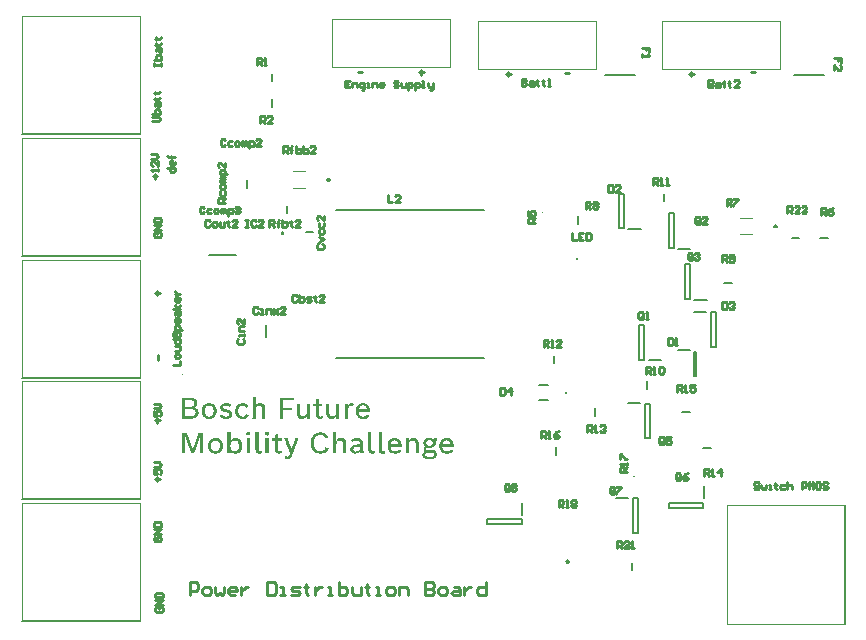
<source format=gbr>
%FSTAX23Y23*%
%MOIN*%
%SFA1B1*%

%IPPOS*%
%ADD39C,0.010000*%
%ADD76C,0.007870*%
%ADD77C,0.001970*%
%ADD78C,0.003940*%
%LNpwr_board_final_legend_top-1*%
%LPD*%
G36*
X01171Y01049D02*
X01166D01*
Y01049*
X01171*
Y01049*
G37*
G36*
X01188Y01037D02*
X01187D01*
Y01038*
X01188*
Y01037*
G37*
G36*
X00634Y01027D02*
X00633D01*
Y01028*
X00634*
Y01027*
G37*
G36*
X01216Y01027D02*
X01215D01*
Y01027*
X01216*
Y01027*
G37*
G36*
X01205D02*
X01204D01*
Y01027*
X01205*
Y01027*
G37*
G36*
X01443Y00943D02*
X01442D01*
Y00944*
X01443*
Y00943*
G37*
G36*
X0144Y00902D02*
X01437D01*
Y00903*
X0144*
Y00902*
G37*
G36*
X00542Y00835D02*
X00541D01*
Y00836*
X00542*
Y00835*
G37*
G36*
X00546Y00795D02*
X00544D01*
Y00795*
X00546*
Y00795*
G37*
G36*
X0111Y00739D02*
X01111D01*
Y00738*
X01112*
Y00738*
X01114*
Y00737*
X01113*
Y00735*
X01113*
Y00734*
X01112*
Y00733*
X01112*
Y00732*
X01111*
Y0073*
X01111*
Y00729*
X0111*
Y0073*
X01107*
Y0073*
X01102*
Y0073*
X011*
Y00729*
X01099*
Y00729*
X01098*
Y00728*
X01097*
Y00728*
X01097*
Y00727*
X01096*
Y00727*
X01096*
Y00726*
X01095*
Y00726*
X01095*
Y00725*
X01094*
Y00724*
X01094*
Y00723*
X01093*
Y00722*
X01093*
Y0072*
X01092*
Y00718*
X01092*
Y00688*
X01082*
Y00688*
X01082*
Y00738*
X01092*
Y00731*
X01092*
Y00731*
X01093*
Y00732*
X01093*
Y00733*
X01094*
Y00734*
X01094*
Y00734*
X01095*
Y00735*
X01095*
Y00735*
X01096*
Y00736*
X01096*
Y00736*
X01097*
Y00737*
X01097*
Y00737*
X01098*
Y00738*
X01099*
Y00738*
X011*
Y00738*
X01101*
Y00739*
X01102*
Y00739*
X0111*
Y00739*
G37*
G36*
X00692D02*
X00695D01*
Y00738*
X00696*
Y00738*
X00698*
Y00738*
X00699*
Y00737*
X007*
Y00737*
X00701*
Y00736*
X00701*
Y00736*
X00702*
Y00735*
X00703*
Y00735*
X00703*
Y00734*
X00703*
Y00734*
X00704*
Y00733*
X00703*
Y00732*
X00703*
Y00732*
X00703*
Y00731*
X00702*
Y00731*
X00701*
Y0073*
X00701*
Y0073*
X007*
Y00729*
X007*
Y00729*
X00699*
Y00728*
X00699*
Y00728*
X00698*
Y00727*
X00697*
Y00728*
X00697*
Y00728*
X00696*
Y00729*
X00696*
Y00729*
X00695*
Y0073*
X00694*
Y0073*
X00692*
Y00731*
X0069*
Y00731*
X00682*
Y00731*
X00681*
Y0073*
X0068*
Y0073*
X00679*
Y00729*
X00679*
Y00729*
X00678*
Y00728*
X00678*
Y00728*
X00677*
Y00723*
X00678*
Y00722*
X00678*
Y00722*
X00679*
Y00721*
X0068*
Y00721*
X00681*
Y0072*
X00682*
Y0072*
X00683*
Y0072*
X00685*
Y00719*
X00686*
Y00719*
X00689*
Y00718*
X00691*
Y00718*
X00693*
Y00717*
X00695*
Y00717*
X00696*
Y00716*
X00697*
Y00716*
X00699*
Y00715*
X007*
Y00715*
X007*
Y00714*
X00701*
Y00714*
X00702*
Y00713*
X00702*
Y00713*
X00703*
Y00712*
X00703*
Y00712*
X00703*
Y00711*
X00704*
Y00711*
X00704*
Y0071*
X00705*
Y00709*
X00705*
Y00708*
X00706*
Y00706*
X00706*
Y00699*
X00706*
Y00697*
X00705*
Y00696*
X00705*
Y00695*
X00704*
Y00695*
X00704*
Y00694*
X00703*
Y00693*
X00703*
Y00693*
X00703*
Y00692*
X00702*
Y00692*
X00702*
Y00691*
X00701*
Y00691*
X007*
Y0069*
X00699*
Y0069*
X00698*
Y00689*
X00697*
Y00689*
X00696*
Y00688*
X00695*
Y00688*
X00693*
Y00687*
X00689*
Y00687*
X00681*
Y00687*
X00678*
Y00688*
X00676*
Y00688*
X00675*
Y00689*
X00673*
Y00689*
X00672*
Y0069*
X00671*
Y0069*
X00671*
Y00691*
X0067*
Y00691*
X00669*
Y00692*
X00668*
Y00692*
X00668*
Y00693*
X00667*
Y00693*
X00667*
Y00694*
X00666*
Y00694*
X00666*
Y00695*
X00666*
Y00695*
X00665*
Y00696*
X00665*
Y00697*
X00665*
Y00697*
X00666*
Y00698*
X00666*
Y00698*
X00666*
Y00699*
X00667*
Y00699*
X00668*
Y007*
X00668*
Y007*
X00669*
Y00701*
X00669*
Y00701*
X0067*
Y00701*
X0067*
Y00702*
X00671*
Y00701*
X00672*
Y00701*
X00672*
Y00701*
X00673*
Y007*
X00673*
Y007*
X00674*
Y00699*
X00674*
Y00699*
X00675*
Y00698*
X00676*
Y00698*
X00676*
Y00697*
X00677*
Y00697*
X00678*
Y00696*
X0068*
Y00696*
X00682*
Y00695*
X00689*
Y00696*
X00691*
Y00696*
X00693*
Y00697*
X00694*
Y00697*
X00695*
Y00698*
X00695*
Y00699*
X00696*
Y00699*
X00696*
Y00701*
X00697*
Y00704*
X00696*
Y00705*
X00696*
Y00706*
X00695*
Y00706*
X00695*
Y00707*
X00694*
Y00707*
X00693*
Y00708*
X00691*
Y00708*
X00689*
Y00709*
X00687*
Y00709*
X00685*
Y0071*
X00683*
Y0071*
X00681*
Y00711*
X0068*
Y00711*
X00678*
Y00712*
X00677*
Y00712*
X00676*
Y00713*
X00675*
Y00713*
X00674*
Y00714*
X00673*
Y00714*
X00672*
Y00715*
X00672*
Y00715*
X00671*
Y00716*
X0067*
Y00717*
X0067*
Y00717*
X00669*
Y00718*
X00669*
Y00719*
X00668*
Y0072*
X00668*
Y00721*
X00667*
Y00724*
X00667*
Y00726*
X00667*
Y00729*
X00668*
Y0073*
X00668*
Y00731*
X00669*
Y00732*
X00669*
Y00733*
X0067*
Y00733*
X0067*
Y00734*
X00671*
Y00735*
X00671*
Y00735*
X00672*
Y00736*
X00673*
Y00736*
X00673*
Y00737*
X00674*
Y00737*
X00675*
Y00738*
X00676*
Y00738*
X00678*
Y00738*
X00679*
Y00739*
X00682*
Y00739*
X00692*
Y00739*
G37*
G36*
X00747D02*
X00749D01*
Y00738*
X00751*
Y00738*
X00752*
Y00738*
X00753*
Y00737*
X00754*
Y00737*
X00755*
Y00736*
X00756*
Y00736*
X00756*
Y00735*
X00757*
Y00735*
X00758*
Y00734*
X00759*
Y00734*
X00759*
Y00733*
X00759*
Y00733*
X0076*
Y00732*
X0076*
Y00731*
X00761*
Y00731*
X00761*
Y0073*
X00762*
Y00729*
X00761*
Y00728*
X0076*
Y00728*
X00759*
Y00727*
X00759*
Y00727*
X00758*
Y00726*
X00757*
Y00726*
X00756*
Y00725*
X00755*
Y00725*
X00755*
Y00724*
X00754*
Y00725*
X00753*
Y00725*
X00753*
Y00726*
X00752*
Y00727*
X00752*
Y00727*
X00751*
Y00728*
X00751*
Y00729*
X0075*
Y00729*
X00749*
Y0073*
X00749*
Y0073*
X00747*
Y00731*
X00746*
Y00731*
X00739*
Y00731*
X00737*
Y0073*
X00736*
Y0073*
X00735*
Y00729*
X00734*
Y00729*
X00733*
Y00728*
X00733*
Y00728*
X00732*
Y00727*
X00732*
Y00726*
X00731*
Y00726*
X00731*
Y00725*
X0073*
Y00724*
X0073*
Y00723*
X00729*
Y00721*
X00729*
Y00719*
X00728*
Y00716*
X00728*
Y00711*
X00728*
Y00707*
X00729*
Y00705*
X00729*
Y00704*
X0073*
Y00703*
X0073*
Y00702*
X00731*
Y00701*
X00731*
Y00701*
X00732*
Y007*
X00732*
Y00699*
X00733*
Y00699*
X00733*
Y00698*
X00734*
Y00698*
X00735*
Y00697*
X00735*
Y00697*
X00736*
Y00696*
X00738*
Y00696*
X0074*
Y00695*
X00745*
Y00696*
X00747*
Y00696*
X00748*
Y00697*
X00749*
Y00697*
X0075*
Y00698*
X00751*
Y00698*
X00751*
Y00699*
X00752*
Y00699*
X00752*
Y007*
X00753*
Y007*
X00753*
Y00701*
X00754*
Y00701*
X00754*
Y00702*
X00755*
Y00702*
X00756*
Y00701*
X00757*
Y00701*
X00758*
Y00701*
X00758*
Y007*
X00759*
Y007*
X0076*
Y00699*
X00761*
Y00699*
X00762*
Y00698*
X00763*
Y00698*
X00762*
Y00697*
X00762*
Y00696*
X00761*
Y00696*
X00761*
Y00695*
X0076*
Y00694*
X0076*
Y00694*
X00759*
Y00693*
X00759*
Y00693*
X00759*
Y00692*
X00758*
Y00692*
X00757*
Y00691*
X00757*
Y00691*
X00756*
Y0069*
X00755*
Y0069*
X00754*
Y00689*
X00753*
Y00689*
X00752*
Y00688*
X00751*
Y00688*
X00749*
Y00687*
X00746*
Y00687*
X00739*
Y00687*
X00736*
Y00688*
X00734*
Y00688*
X00733*
Y00689*
X00731*
Y00689*
X0073*
Y0069*
X00729*
Y0069*
X00729*
Y00691*
X00728*
Y00691*
X00727*
Y00692*
X00727*
Y00692*
X00726*
Y00693*
X00725*
Y00693*
X00725*
Y00694*
X00724*
Y00694*
X00724*
Y00695*
X00723*
Y00696*
X00723*
Y00696*
X00722*
Y00697*
X00722*
Y00698*
X00722*
Y00698*
X00721*
Y00699*
X00721*
Y007*
X0072*
Y00701*
X0072*
Y00702*
X00719*
Y00703*
X00719*
Y00705*
X00718*
Y00707*
X00718*
Y00712*
X00717*
Y00714*
X00718*
Y0072*
X00718*
Y00721*
X00719*
Y00723*
X00719*
Y00725*
X0072*
Y00725*
Y00726*
X0072*
Y00727*
X00721*
Y00728*
X00721*
Y00729*
X00722*
Y00729*
X00722*
Y0073*
X00722*
Y00731*
X00723*
Y00731*
X00723*
Y00732*
X00724*
Y00732*
X00724*
Y00733*
X00725*
Y00733*
X00725*
Y00734*
X00726*
Y00734*
X00726*
Y00735*
X00727*
Y00735*
X00728*
Y00736*
X00728*
Y00736*
X00729*
Y00737*
X0073*
Y00737*
X00731*
Y00738*
X00732*
Y00738*
X00733*
Y00738*
X00735*
Y00739*
X00737*
Y00739*
X00747*
Y00739*
G37*
G36*
X01063Y00688D02*
X01063D01*
Y00688*
X01053*
Y00696*
X01053*
Y00695*
X01052*
Y00694*
X01052*
Y00693*
X01051*
Y00693*
X01051*
Y00692*
X0105*
Y00692*
X0105*
Y00691*
X01049*
Y00691*
X01049*
Y0069*
X01048*
Y0069*
X01047*
Y00689*
X01046*
Y00689*
X01045*
Y00688*
X01044*
Y00688*
X01043*
Y00687*
X0104*
Y00687*
X01034*
Y00687*
X01032*
Y00688*
X01031*
Y00688*
X01029*
Y00689*
X01029*
Y00689*
X01028*
Y0069*
X01027*
Y0069*
X01027*
Y00691*
X01026*
Y00691*
X01025*
Y00692*
X01025*
Y00693*
X01024*
Y00693*
X01024*
Y00694*
X01023*
Y00695*
X01023*
Y00696*
X01022*
Y00697*
X01022*
Y00699*
X01021*
Y00701*
X01021*
Y00705*
X0102*
Y00738*
X01031*
Y0071*
Y0071*
Y00704*
X01032*
Y00701*
X01032*
Y007*
X01033*
Y00699*
X01033*
Y00698*
X01034*
Y00698*
X01034*
Y00697*
X01035*
Y00697*
X01036*
Y00696*
X01037*
Y00696*
X01039*
Y00695*
X01041*
Y00696*
X01044*
Y00696*
X01046*
Y00697*
X01047*
Y00697*
X01048*
Y00698*
X01048*
Y00698*
X01049*
Y00699*
X01049*
Y00699*
X0105*
Y007*
X0105*
Y007*
X01051*
Y00701*
X01051*
Y00701*
X01052*
Y00702*
X01052*
Y00704*
X01053*
Y00708*
X01053*
Y00738*
X01063*
Y00688*
G37*
G36*
X00965D02*
X00965D01*
Y00688*
X00955*
Y00695*
X00954*
Y00695*
X00954*
Y00694*
X00953*
Y00693*
X00953*
Y00693*
X00952*
Y00692*
X00952*
Y00691*
X00951*
Y00691*
X0095*
Y0069*
X0095*
Y0069*
X00949*
Y00689*
X00948*
Y00689*
X00947*
Y00688*
X00946*
Y00688*
X00945*
Y00687*
X00943*
Y00687*
X00936*
Y00687*
X00934*
Y00688*
X00932*
Y00688*
X00931*
Y00689*
X0093*
Y00689*
X0093*
Y0069*
X00929*
Y0069*
X00928*
Y00691*
X00928*
Y00691*
X00927*
Y00692*
X00927*
Y00692*
X00926*
Y00693*
X00926*
Y00694*
X00925*
Y00695*
X00925*
Y00696*
X00925*
Y00697*
X00924*
Y00698*
X00924*
Y007*
X00923*
Y00702*
X00923*
Y00738*
X00933*
Y00707*
X00933*
Y00702*
X00934*
Y00701*
X00934*
Y007*
X00935*
Y00699*
X00935*
Y00698*
X00936*
Y00698*
X00936*
Y00697*
X00937*
Y00697*
X00938*
Y00696*
X00939*
Y00696*
X00942*
Y00695*
X00943*
Y00696*
X00946*
Y00696*
X00948*
Y00697*
X00949*
Y00697*
X00949*
Y00698*
X0095*
Y00698*
X00951*
Y00699*
X00951*
Y00699*
X00952*
Y007*
X00952*
Y00701*
X00953*
Y00701*
X00953*
Y00702*
X00954*
Y00703*
X00954*
Y00705*
X00955*
Y00738*
X00965*
Y00688*
G37*
G36*
X00913Y00749D02*
X00878D01*
Y00738*
Y00738*
Y00725*
X00906*
Y00717*
X00878*
Y00688*
X00868*
Y00757*
X00913*
Y00749*
G37*
G36*
X00785Y00731D02*
X00785D01*
Y00732*
X00786*
Y00733*
X00786*
Y00733*
X00787*
Y00734*
X00787*
Y00735*
X00788*
Y00735*
X00788*
Y00736*
X00789*
Y00736*
X0079*
Y00737*
X0079*
Y00737*
X00791*
Y00738*
X00792*
Y00738*
X00793*
Y00738*
X00794*
Y00739*
X00796*
Y00739*
X00805*
Y00739*
X00807*
Y00738*
X00808*
Y00738*
X00809*
Y00738*
X0081*
Y00737*
X00811*
Y00737*
X00811*
Y00736*
X00812*
Y00736*
X00812*
Y00735*
X00813*
Y00735*
X00813*
Y00734*
X00814*
Y00734*
X00814*
Y00733*
X00814*
Y00732*
X00815*
Y00731*
X00815*
Y0073*
X00816*
Y00729*
X00816*
Y00727*
X00817*
Y00725*
X00817*
Y00688*
X00817*
Y00688*
X00807*
Y00722*
X00807*
Y00725*
X00806*
Y00726*
X00806*
Y00727*
X00805*
Y00728*
X00805*
Y00728*
X00804*
Y00729*
X00804*
Y00729*
X00803*
Y0073*
X00802*
Y0073*
X00801*
Y00731*
X00793*
Y0073*
X00791*
Y0073*
X0079*
Y00729*
X0079*
Y00729*
X00789*
Y00728*
X00788*
Y00728*
X00788*
Y00727*
X00787*
Y00726*
X00787*
Y00725*
X00786*
Y00724*
X00786*
Y00723*
X00785*
Y00721*
X00785*
Y00688*
X00775*
Y00688*
X00774*
Y00689*
X00775*
Y0076*
X00774*
Y00761*
X00785*
Y00731*
G37*
G36*
X00575Y00757D02*
X00577D01*
Y00756*
X00579*
Y00756*
X00581*
Y00755*
X00582*
Y00755*
X00583*
Y00754*
X00584*
Y00754*
X00585*
Y00753*
X00585*
Y00753*
X00586*
Y00752*
X00586*
Y00752*
X00587*
Y00751*
X00587*
Y00751*
X00588*
Y0075*
X00588*
Y0075*
X00589*
Y00749*
X00589*
Y00748*
X0059*
Y00747*
X0059*
Y00745*
X00591*
Y00743*
X00591*
Y00735*
X00591*
Y00733*
X0059*
Y00732*
X0059*
Y00731*
X00589*
Y0073*
X00589*
Y00729*
X00588*
Y00729*
X00588*
Y00728*
X00587*
Y00728*
X00587*
Y00727*
X00586*
Y00727*
X00586*
Y00726*
X00585*
Y00726*
X00584*
Y00725*
X00583*
Y00725*
X00582*
Y00724*
X00584*
Y00723*
X00585*
Y00723*
X00586*
Y00722*
X00587*
Y00722*
X00588*
Y00721*
X00588*
Y00721*
X00589*
Y0072*
X0059*
Y0072*
X0059*
Y0072*
X00591*
Y00719*
X00591*
Y00719*
X00592*
Y00718*
X00592*
Y00717*
X00592*
Y00717*
X00593*
Y00716*
X00593*
Y00715*
X00594*
Y00713*
X00594*
Y00711*
X00595*
Y00704*
X00594*
Y00702*
X00594*
Y00701*
X00593*
Y00699*
X00593*
Y00698*
X00592*
Y00697*
X00592*
Y00697*
X00592*
Y00696*
X00591*
Y00695*
X00591*
Y00695*
X0059*
Y00694*
X0059*
Y00694*
X00589*
Y00693*
X00589*
Y00693*
X00588*
Y00692*
X00587*
Y00692*
X00586*
Y00691*
X00585*
Y00691*
X00584*
Y0069*
X00583*
Y0069*
X00582*
Y00689*
X0058*
Y00689*
X00578*
Y00688*
X00575*
Y00688*
X0054*
Y00705*
Y00706*
Y00757*
X00575*
Y00757*
G37*
G36*
X01148Y00739D02*
X0115D01*
Y00738*
X01151*
Y00738*
X01153*
Y00738*
X01154*
Y00737*
X01155*
Y00737*
X01156*
Y00736*
X01156*
Y00736*
X01157*
Y00735*
X01158*
Y00735*
X01158*
Y00734*
X01159*
Y00734*
X01159*
Y00733*
X0116*
Y00733*
X0116*
Y00732*
X01161*
Y00731*
X01161*
Y00731*
X01162*
Y0073*
X01162*
Y00729*
X01163*
Y00728*
X01163*
Y00727*
X01164*
Y00726*
X01164*
Y00724*
X01165*
Y00722*
X01165*
Y00719*
X01165*
Y00711*
X01129*
Y0071*
X01129*
Y00707*
X0113*
Y00705*
X0113*
Y00703*
X01131*
Y00702*
X01131*
Y00701*
X01132*
Y00701*
X01132*
Y00701*
X01133*
Y007*
X01133*
Y00699*
X01134*
Y00699*
X01134*
Y00698*
X01135*
Y00698*
X01136*
Y00697*
X01137*
Y00697*
X01138*
Y00696*
X01139*
Y00696*
X01141*
Y00695*
X01147*
Y00696*
X0115*
Y00696*
X01151*
Y00697*
X01152*
Y00697*
X01153*
Y00698*
X01154*
Y00698*
X01154*
Y00699*
X01155*
Y00699*
X01155*
Y007*
X01156*
Y007*
X01156*
Y00701*
X01157*
Y00701*
X01157*
Y00702*
X01158*
Y00701*
X01159*
Y00701*
X01159*
Y00701*
X0116*
Y007*
X0116*
Y007*
X01161*
Y00699*
X01162*
Y00699*
X01162*
Y00698*
X01163*
Y00698*
X01163*
Y00697*
X01164*
Y00697*
X01165*
Y00696*
X01164*
Y00695*
X01164*
Y00694*
X01163*
Y00694*
X01163*
Y00693*
X01162*
Y00693*
X01161*
Y00692*
X01161*
Y00692*
X0116*
Y00691*
X01159*
Y00691*
X01159*
Y0069*
X01158*
Y0069*
X01157*
Y00689*
X01156*
Y00689*
X01155*
Y00688*
X01153*
Y00688*
X01151*
Y00687*
X01148*
Y00687*
X0114*
Y00687*
X01137*
Y00688*
X01135*
Y00688*
X01134*
Y00689*
X01133*
Y00689*
X01132*
Y0069*
X01131*
Y0069*
X0113*
Y00691*
X01129*
Y00691*
X01128*
Y00692*
X01128*
Y00692*
X01128*
Y00693*
X01127*
Y00693*
X01127*
Y00694*
X01126*
Y00695*
X01125*
Y00695*
X01125*
Y00696*
X01124*
Y00696*
X01124*
Y00697*
X01123*
Y00698*
X01123*
Y00698*
X01122*
Y00699*
X01122*
Y007*
X01121*
Y00701*
X01121*
Y00702*
X0112*
Y00703*
X0112*
Y00705*
X01119*
Y00707*
X01119*
Y00719*
X01119*
Y00721*
X0112*
Y00723*
X0112*
Y00724*
X01121*
Y00726*
X01121*
Y00727*
X01122*
Y00728*
X01122*
Y00728*
X01123*
Y00729*
X01123*
Y0073*
X01124*
Y00731*
X01124*
Y00731*
X01125*
Y00732*
X01125*
Y00732*
X01126*
Y00733*
X01126*
Y00733*
X01127*
Y00734*
X01127*
Y00734*
X01128*
Y00735*
X01128*
Y00735*
X01129*
Y00736*
X01129*
Y00736*
X0113*
Y00737*
X01131*
Y00737*
X01132*
Y00738*
X01133*
Y00738*
X01134*
Y00738*
X01136*
Y00739*
X01138*
Y00739*
X01148*
Y00739*
G37*
G36*
X00996Y00738D02*
X01008D01*
Y0073*
X00996*
Y00699*
X00997*
Y00698*
X00997*
Y00697*
X00998*
Y00697*
X00998*
Y00696*
X00999*
Y00696*
X01001*
Y00695*
X01002*
Y00696*
X01004*
Y00696*
X01006*
Y00697*
X01007*
Y00697*
X01007*
Y00698*
X01008*
Y00696*
X01009*
Y00695*
X01009*
Y00694*
X0101*
Y00693*
X0101*
Y00692*
X01011*
Y00691*
X01011*
Y0069*
X0101*
Y0069*
X0101*
Y00689*
X01009*
Y00689*
X01008*
Y00688*
X01007*
Y00688*
X01005*
Y00687*
X01003*
Y00687*
X00997*
Y00687*
X00995*
Y00688*
X00994*
Y00688*
X00993*
Y00689*
X00992*
Y00689*
X00991*
Y0069*
X0099*
Y0069*
X0099*
Y00691*
X00989*
Y00691*
X00989*
Y00692*
X00988*
Y00693*
X00988*
Y00693*
X00987*
Y00694*
X00987*
Y00696*
X00986*
Y00698*
X00986*
Y0073*
X00978*
Y00738*
X00986*
Y00751*
X00987*
Y00752*
X00989*
Y00752*
X00991*
Y00753*
X00993*
Y00753*
X00995*
Y00754*
X00996*
Y00738*
G37*
G36*
X00635Y00739D02*
X00637D01*
Y00738*
X00639*
Y00738*
X0064*
Y00738*
X00642*
Y00737*
X00643*
Y00737*
X00643*
Y00736*
X00644*
Y00736*
X00645*
Y00735*
X00646*
Y00735*
X00646*
Y00734*
X00647*
Y00734*
X00647*
Y00733*
X00648*
Y00733*
X00648*
Y00732*
X00648*
Y00732*
X00649*
Y00731*
X00649*
Y00731*
X0065*
Y0073*
X0065*
Y00729*
X00651*
Y00729*
X00651*
Y00728*
X00652*
Y00727*
X00652*
Y00726*
X00653*
Y00725*
X00653*
Y00724*
X00654*
Y00722*
X00654*
Y00721*
X00655*
Y00719*
X00655*
Y00708*
X00655*
Y00706*
X00654*
Y00704*
X00654*
Y00703*
X00653*
Y00701*
X00653*
Y00701*
X00652*
Y007*
X00652*
Y00699*
X00651*
Y00698*
X00651*
Y00697*
X0065*
Y00697*
X0065*
Y00696*
X00649*
Y00695*
X00649*
Y00695*
X00648*
Y00694*
X00648*
Y00694*
X00648*
Y00693*
X00647*
Y00693*
X00646*
Y00692*
X00646*
Y00692*
X00645*
Y00691*
X00645*
Y00691*
X00644*
Y0069*
X00643*
Y0069*
X00642*
Y00689*
X00641*
Y00689*
X0064*
Y00688*
X00638*
Y00688*
X00637*
Y00687*
X00634*
Y00687*
X00627*
Y00687*
X00624*
Y00688*
X00622*
Y00688*
X00621*
Y00689*
X00619*
Y00689*
X00618*
Y0069*
X00617*
Y0069*
X00617*
Y00691*
X00616*
Y00691*
X00615*
Y00692*
X00615*
Y00692*
X00614*
Y00693*
X00613*
Y00693*
X00613*
Y00694*
X00612*
Y00694*
X00612*
Y00695*
X00611*
Y00695*
X00611*
Y00696*
X00611*
Y00697*
X0061*
Y00697*
X0061*
Y00698*
X00609*
Y00699*
X00609*
Y007*
X00608*
Y00701*
X00608*
Y00701*
X00607*
Y00702*
X00607*
Y00704*
X00606*
Y00706*
X00606*
Y00708*
X00605*
Y00719*
X00606*
Y00721*
X00606*
Y00722*
X00607*
Y00724*
X00607*
Y00725*
X00608*
Y00726*
X00608*
Y00727*
X00609*
Y00728*
X00609*
Y00729*
X0061*
Y00729*
X0061*
Y0073*
X00611*
Y00731*
X00611*
Y00731*
X00611*
Y00732*
X00612*
Y00732*
X00612*
Y00733*
X00613*
Y00733*
X00613*
Y00734*
X00614*
Y00734*
X00614*
Y00735*
X00615*
Y00735*
X00616*
Y00736*
X00617*
Y00736*
X00617*
Y00737*
X00618*
Y00737*
X00619*
Y00738*
X0062*
Y00738*
X00622*
Y00738*
X00623*
Y00739*
X00626*
Y00739*
X00635*
Y00739*
G37*
G36*
X00825Y00644D02*
X00826D01*
Y00643*
X00827*
Y00643*
X00828*
Y00642*
X00828*
Y00642*
X00829*
Y00641*
X00829*
Y0064*
X0083*
Y00636*
X00829*
Y00634*
X00829*
Y00634*
X00828*
Y00633*
X00828*
Y00633*
X00827*
Y00632*
X00826*
Y00632*
X00825*
Y00631*
X00822*
Y00632*
X00821*
Y00632*
X0082*
Y00633*
X00819*
Y00633*
X00819*
Y00634*
X00818*
Y00634*
X00818*
Y00635*
X00817*
Y00637*
X00817*
Y00639*
X00817*
Y00641*
X00818*
Y00641*
X00818*
Y00642*
X00819*
Y00643*
X00819*
Y00643*
X0082*
Y00644*
X00822*
Y00644*
X00825*
Y00644*
G37*
G36*
X00761D02*
X00763D01*
Y00643*
X00764*
Y00643*
X00764*
Y00642*
X00765*
Y00642*
X00765*
Y00641*
X00766*
Y0064*
X00766*
Y00636*
X00766*
Y00635*
X00765*
Y00634*
Y00634*
X00765*
Y00633*
X00764*
Y00633*
X00763*
Y00632*
X00763*
Y00632*
X00761*
Y00631*
X00759*
Y00632*
X00757*
Y00632*
X00757*
Y00633*
X00756*
Y00633*
X00755*
Y00634*
X00755*
Y00635*
X00754*
Y00636*
X00754*
Y0064*
X00754*
Y00641*
X00755*
Y00642*
X00755*
Y00642*
X00756*
Y00643*
X00757*
Y00643*
X00757*
Y00644*
X00759*
Y00644*
X00761*
Y00644*
G37*
G36*
X01004Y00642D02*
X01008D01*
Y00641*
X0101*
Y00641*
X01011*
Y00641*
X01011*
Y00641*
X01013*
Y0064*
X01014*
Y0064*
X01015*
Y00639*
X01016*
Y00639*
X01017*
Y00638*
X01017*
Y00638*
X01018*
Y00637*
X01019*
Y00637*
X01019*
Y00636*
X0102*
Y00636*
X0102*
Y00635*
X01021*
Y00635*
X01021*
Y00634*
X01022*
Y00634*
X01022*
Y00633*
X01023*
Y00633*
X01023*
Y00632*
X01024*
Y00631*
X01024*
Y00631*
X01025*
Y0063*
X01025*
Y00629*
X01026*
Y00628*
X01026*
Y00627*
X01027*
Y00627*
X01027*
Y00626*
X01028*
Y00625*
X01027*
Y00625*
X01025*
Y00624*
X01024*
Y00624*
X01023*
Y00623*
X01022*
Y00623*
X01021*
Y00622*
X01019*
Y00622*
X01018*
Y00622*
X01018*
Y00623*
X01017*
Y00624*
X01017*
Y00625*
X01017*
Y00626*
X01016*
Y00627*
X01016*
Y00627*
X01015*
Y00627*
X01015*
Y00628*
X01014*
Y00629*
X01014*
Y00629*
X01013*
Y0063*
X01013*
Y0063*
X01012*
Y00631*
X01011*
Y00631*
X0101*
Y00632*
X01009*
Y00632*
X01008*
Y00633*
X01007*
Y00633*
X01004*
Y00634*
X00998*
Y00633*
X00996*
Y00633*
X00994*
Y00632*
X00993*
Y00632*
X00992*
Y00631*
X00991*
Y00631*
X0099*
Y0063*
X00989*
Y0063*
X00989*
Y00629*
X00988*
Y00629*
X00988*
Y00628*
X00987*
Y00628*
X00987*
Y00627*
X00986*
Y00627*
X00986*
Y00627*
X00985*
Y00626*
X00985*
Y00626*
X00984*
Y00625*
X00984*
Y00624*
X00983*
Y00623*
X00983*
Y00622*
X00982*
Y00621*
X00982*
Y00619*
X00981*
Y00618*
X00981*
Y00616*
X0098*
Y00613*
X0098*
Y006*
X0098*
Y00597*
X00981*
Y00595*
X00981*
Y00593*
X00982*
Y00592*
X00982*
Y00591*
X00983*
Y0059*
X00983*
Y00589*
X00984*
Y00588*
X00984*
Y00588*
X00985*
Y00587*
X00985*
Y00586*
X00986*
Y00586*
X00986*
Y00585*
X00987*
Y00585*
X00987*
Y00584*
X00988*
Y00584*
X00988*
Y00583*
X00989*
Y00583*
X0099*
Y00582*
X0099*
Y00582*
X00991*
Y00581*
X00992*
Y00581*
X00993*
Y0058*
X00995*
Y0058*
X00996*
Y00579*
X01*
Y00579*
X01003*
Y00579*
X01006*
Y0058*
X01008*
Y0058*
X01009*
Y00581*
X0101*
Y00581*
X01011*
Y00582*
X01012*
Y00582*
X01013*
Y00583*
X01013*
Y00583*
X01014*
Y00584*
X01014*
Y00584*
X01015*
Y00585*
X01015*
Y00586*
X01016*
Y00586*
X01016*
Y00587*
X01017*
Y00588*
X01017*
Y00589*
X01017*
Y0059*
X01018*
Y00591*
X01018*
Y00592*
X0102*
Y00591*
X01021*
Y00591*
X01023*
Y0059*
X01024*
Y0059*
X01025*
Y0059*
X01027*
Y00589*
X01028*
Y00589*
X01029*
Y00588*
X01028*
Y00587*
X01028*
Y00586*
X01027*
Y00585*
X01027*
Y00584*
X01026*
Y00584*
X01026*
Y00583*
X01025*
Y00582*
X01025*
Y00581*
X01024*
Y00581*
X01024*
Y0058*
X01023*
Y00579*
X01023*
Y00579*
X01022*
Y00578*
X01022*
Y00578*
X01021*
Y00577*
X01021*
Y00577*
X0102*
Y00576*
X01019*
Y00576*
X01019*
Y00575*
X01018*
Y00575*
X01017*
Y00574*
X01017*
Y00574*
X01016*
Y00573*
X01014*
Y00573*
X01013*
Y00572*
X01011*
Y00572*
X0101*
Y00572*
X01007*
Y00571*
X00996*
Y00572*
X00993*
Y00572*
X00991*
Y00572*
X00989*
Y00573*
X00988*
Y00573*
X00987*
Y00574*
X00986*
Y00574*
X00985*
Y00575*
X00984*
Y00575*
X00983*
Y00576*
X00982*
Y00576*
X00982*
Y00577*
X00981*
Y00577*
X0098*
Y00578*
X0098*
Y00578*
X0098*
Y00579*
X00979*
Y00579*
X00979*
Y0058*
X00978*
Y0058*
X00978*
Y00581*
X00977*
Y00582*
X00977*
Y00582*
X00976*
Y00583*
X00976*
Y00584*
X00975*
Y00584*
X00975*
Y00585*
X00974*
Y00586*
X00974*
Y00587*
X00973*
Y00588*
X00973*
Y00589*
X00972*
Y0059*
X00972*
Y00591*
X00971*
Y00592*
X00971*
Y00594*
X0097*
Y00596*
X0097*
Y00598*
X00969*
Y00603*
X00969*
Y00609*
X00969*
Y00614*
X0097*
Y00617*
X0097*
Y00619*
X00971*
Y0062*
X00971*
Y00622*
X00972*
Y00623*
X00972*
Y00624*
X00973*
Y00625*
X00973*
Y00626*
X00974*
Y00627*
X00974*
Y00627*
X00975*
Y00628*
X00975*
Y00629*
X00976*
Y00629*
X00976*
Y0063*
X00977*
Y00631*
X00977*
Y00631*
X00978*
Y00632*
X00978*
Y00632*
X00979*
Y00633*
X0098*
Y00634*
X0098*
Y00635*
X00981*
Y00635*
X00981*
Y00636*
X00982*
Y00636*
X00982*
Y00637*
X00983*
Y00637*
X00984*
Y00638*
X00985*
Y00638*
X00986*
Y00639*
X00987*
Y00639*
X00988*
Y0064*
X00989*
Y0064*
X0099*
Y00641*
X00992*
Y00641*
X00995*
Y00642*
X00999*
Y00642*
X01004*
Y00642*
G37*
G36*
X0139Y00615D02*
X01383D01*
Y00614*
X01384*
Y00613*
X01384*
Y00612*
X01385*
Y00611*
X01385*
Y00609*
X01386*
Y00604*
X01385*
Y00602*
X01385*
Y006*
X01384*
Y00599*
X01384*
Y00599*
X01383*
Y00598*
X01383*
Y00597*
X01382*
Y00597*
X01382*
Y00596*
X01381*
Y00596*
X01381*
Y00595*
X0138*
Y00595*
X0138*
Y00594*
X01379*
Y00594*
X01378*
Y00593*
X01377*
Y00593*
X01376*
Y00592*
X01375*
Y00592*
X01374*
Y00591*
X01372*
Y00591*
X01371*
Y0059*
X01367*
Y0059*
X01363*
Y0059*
X01359*
Y00591*
X01357*
Y00591*
X01355*
Y00591*
X01355*
Y0059*
X01354*
Y0059*
X01354*
Y00589*
X01353*
Y00586*
X01354*
Y00585*
X01355*
Y00584*
X01356*
Y00584*
X01359*
Y00583*
X01377*
Y00583*
X0138*
Y00582*
X01381*
Y00582*
X01383*
Y00581*
X01384*
Y00581*
X01384*
Y0058*
X01385*
Y0058*
X01386*
Y00579*
X01386*
Y00579*
X01387*
Y00578*
X01387*
Y00578*
X01387*
Y00577*
X01388*
Y00576*
X01388*
Y00575*
X01389*
Y00574*
X01389*
Y00572*
X0139*
Y00567*
X01389*
Y00565*
X01389*
Y00563*
X01388*
Y00562*
X01388*
Y00562*
X01387*
Y00561*
X01387*
Y0056*
X01387*
Y0056*
X01386*
Y00559*
X01386*
Y00559*
X01385*
Y00558*
X01385*
Y00558*
X01384*
Y00557*
X01384*
Y00557*
X01383*
Y00556*
X01382*
Y00556*
X01381*
Y00555*
X0138*
Y00555*
X01379*
Y00554*
X01377*
Y00554*
X01376*
Y00553*
X01373*
Y00553*
X0137*
Y00553*
X01359*
Y00553*
X01356*
Y00553*
X01353*
Y00554*
X01352*
Y00554*
X0135*
Y00555*
X01349*
Y00555*
X01349*
Y00556*
X01348*
Y00556*
X01347*
Y00557*
X01346*
Y00557*
X01345*
Y00558*
X01345*
Y00558*
X01344*
Y00559*
X01344*
Y00559*
X01343*
Y0056*
X01343*
Y00561*
X01342*
Y00562*
X01342*
Y00563*
X01341*
Y00569*
X01342*
Y0057*
X01342*
Y00571*
X01343*
Y00572*
X01343*
Y00572*
X01344*
Y00573*
X01344*
Y00573*
X01345*
Y00574*
X01346*
Y00574*
X01346*
Y00575*
X01347*
Y00575*
X01348*
Y00576*
X01349*
Y00576*
X0135*
Y00577*
X01349*
Y00578*
X01348*
Y00578*
X01348*
Y00579*
X01347*
Y00579*
X01347*
Y0058*
X01346*
Y00581*
X01346*
Y00582*
X01345*
Y00583*
X01345*
Y00587*
X01345*
Y00589*
X01346*
Y0059*
X01346*
Y0059*
X01347*
Y00591*
X01347*
Y00592*
X01348*
Y00592*
X01348*
Y00593*
X01349*
Y00593*
X0135*
Y00594*
X0135*
Y00594*
X0135*
Y00595*
X0135*
Y00595*
X01349*
Y00596*
X01349*
Y00596*
X01348*
Y00597*
X01348*
Y00597*
X01347*
Y00598*
X01347*
Y00599*
X01346*
Y00599*
X01346*
Y006*
X01345*
Y00602*
X01345*
Y00603*
X01344*
Y0061*
X01345*
Y00612*
X01345*
Y00613*
X01346*
Y00614*
X01346*
Y00615*
X01347*
Y00616*
X01347*
Y00616*
X01348*
Y00617*
X01348*
Y00617*
X01349*
Y00618*
X01349*
Y00618*
X0135*
Y00619*
X0135*
Y00619*
X01351*
Y0062*
X01352*
Y0062*
X01352*
Y00621*
X01353*
Y00621*
X01354*
Y00622*
X01356*
Y00622*
X01357*
Y00623*
X0136*
Y00623*
X01368*
Y00623*
X01371*
Y00622*
X01372*
Y00622*
X01374*
Y00621*
X01375*
Y00621*
X01377*
Y00621*
X0138*
Y00622*
X01383*
Y00622*
X01386*
Y00623*
X01388*
Y00623*
X0139*
Y00615*
G37*
G36*
X01316Y00623D02*
X01318D01*
Y00622*
X01319*
Y00622*
X01321*
Y00621*
X01321*
Y00621*
X01322*
Y0062*
X01323*
Y0062*
X01323*
Y00619*
X01324*
Y00619*
X01324*
Y00618*
X01325*
Y00618*
X01325*
Y00617*
X01326*
Y00616*
X01326*
Y00616*
X01327*
Y00614*
X01327*
Y00613*
X01328*
Y00612*
X01328*
Y0061*
X01329*
Y00607*
X01329*
Y00572*
X01319*
Y00607*
X01318*
Y00609*
X01318*
Y0061*
X01317*
Y00611*
X01317*
Y00611*
X01316*
Y00612*
X01316*
Y00612*
X01315*
Y00613*
X01315*
Y00613*
X01314*
Y00614*
X01313*
Y00614*
X01312*
Y00615*
X01306*
Y00614*
X01304*
Y00614*
X01303*
Y00613*
X01302*
Y00613*
X01301*
Y00612*
X01301*
Y00612*
X013*
Y00611*
X013*
Y00611*
X01299*
Y0061*
X01299*
Y0061*
X01298*
Y00609*
X01298*
Y00608*
X01297*
Y00607*
X01297*
Y00604*
X01296*
Y00572*
X01286*
Y00622*
X01296*
Y00615*
X01297*
Y00616*
X01297*
Y00616*
X01298*
Y00617*
X01298*
Y00618*
X01299*
Y00618*
X01299*
Y00619*
X013*
Y00619*
X013*
Y0062*
X01301*
Y0062*
X01301*
Y00621*
X01302*
Y00621*
X01303*
Y00622*
X01305*
Y00622*
X01306*
Y00623*
X01308*
Y00623*
X01316*
Y00623*
G37*
G36*
X00928Y00621D02*
X00927D01*
Y0062*
X00927*
Y00619*
X00926*
Y00617*
X00926*
Y00616*
X00925*
Y00615*
X00925*
Y00613*
X00925*
Y00612*
X00924*
Y00611*
X00924*
Y00609*
X00923*
Y00608*
X00923*
Y00607*
X00922*
Y00606*
X00922*
Y00604*
X00921*
Y00603*
X00921*
Y00602*
X0092*
Y006*
X0092*
Y00599*
X00919*
Y00597*
X00919*
Y00596*
X00918*
Y00595*
X00918*
Y00593*
X00917*
Y00592*
X00917*
Y00591*
X00916*
Y0059*
X00916*
Y00589*
X00915*
Y00587*
X00915*
Y00586*
X00914*
Y00584*
X00914*
Y00583*
X00913*
Y00582*
X00913*
Y0058*
X00912*
Y00579*
X00912*
Y00578*
X00911*
Y00576*
X00911*
Y00575*
X0091*
Y00574*
X0091*
Y00572*
X00909*
Y00571*
X00909*
Y00569*
X00908*
Y00568*
X00908*
Y00567*
X00907*
Y00565*
X00907*
Y00564*
X00906*
Y00563*
X00906*
Y00562*
X00906*
Y00561*
X00905*
Y0056*
X00905*
Y0056*
X00904*
Y00559*
X00904*
Y00558*
X00903*
Y00558*
X00903*
Y00557*
X00902*
Y00557*
X00902*
Y00556*
X00901*
Y00556*
X009*
Y00555*
X00899*
Y00555*
X00899*
Y00554*
X00897*
Y00554*
X00896*
Y00553*
X00888*
Y00554*
X00886*
Y00554*
X00885*
Y00555*
X00883*
Y00555*
X00883*
Y00556*
X00882*
Y00557*
X00882*
Y00558*
X00883*
Y0056*
X00883*
Y00561*
X00884*
Y00562*
X00884*
Y00563*
X00885*
Y00564*
X00885*
Y00563*
X00886*
Y00563*
X00887*
Y00562*
X00888*
Y00562*
X0089*
Y00561*
X00892*
Y00562*
X00894*
Y00562*
X00895*
Y00563*
X00896*
Y00563*
X00896*
Y00564*
X00897*
Y00564*
X00897*
Y00565*
X00898*
Y00566*
X00898*
Y00567*
X00899*
Y00569*
X00899*
Y0057*
X009*
Y00572*
X009*
Y00573*
X009*
Y00574*
X00899*
Y00575*
X00899*
Y00576*
X00898*
Y00578*
X00898*
Y00579*
X00897*
Y0058*
X00897*
Y00582*
X00896*
Y00583*
X00896*
Y00584*
X00895*
Y00586*
X00895*
Y00587*
X00894*
Y00588*
X00894*
Y00589*
X00893*
Y0059*
X00893*
Y00591*
X00892*
Y00593*
X00892*
Y00594*
X00891*
Y00595*
X00891*
Y00596*
X0089*
Y00598*
X0089*
Y00599*
X00889*
Y006*
X00889*
Y00601*
X00888*
Y00603*
X00888*
Y00604*
X00888*
Y00605*
X00887*
Y00607*
X00887*
Y00608*
X00886*
Y00609*
X00886*
Y0061*
X00885*
Y00611*
X00885*
Y00612*
X00884*
Y00614*
X00884*
Y00615*
X00883*
Y00616*
X00883*
Y00618*
X00882*
Y00619*
X00882*
Y0062*
X00881*
Y00621*
X00881*
Y00622*
X00892*
Y00621*
X00892*
Y0062*
X00893*
Y00618*
X00893*
Y00617*
X00894*
Y00616*
X00894*
Y00614*
X00895*
Y00613*
X00895*
Y00612*
X00896*
Y00611*
Y00611*
X00896*
Y00609*
X00897*
Y00608*
X00897*
Y00607*
X00898*
Y00606*
X00898*
Y00604*
X00899*
Y00603*
X00899*
Y00602*
X009*
Y006*
X009*
Y00599*
X00901*
Y00597*
X00901*
Y00596*
X00902*
Y00595*
X00902*
Y00593*
X00903*
Y00592*
X00903*
Y00591*
X00904*
Y0059*
X00904*
Y00589*
X00905*
Y00587*
X00905*
Y00586*
X00906*
Y00588*
X00906*
Y00589*
X00906*
Y0059*
X00907*
Y00591*
X00907*
Y00593*
X00908*
Y00594*
X00908*
Y00596*
X00909*
Y00597*
X00909*
Y00599*
X0091*
Y006*
X0091*
Y00602*
X00911*
Y00603*
X00911*
Y00605*
X00912*
Y00607*
X00912*
Y00608*
X00913*
Y00609*
X00913*
Y0061*
X00914*
Y00612*
X00914*
Y00613*
X00915*
Y00615*
X00915*
Y00616*
X00916*
Y00618*
X00916*
Y00619*
X00917*
Y0062*
X00917*
Y00622*
X00918*
Y00622*
X00928*
Y00621*
G37*
G36*
X00611Y00572D02*
X00601D01*
Y00622*
Y00622*
Y0063*
X006*
Y00628*
X006*
Y00627*
X00599*
Y00626*
X00599*
Y00625*
X00598*
Y00623*
X00598*
Y00622*
X00597*
Y0062*
X00597*
Y00619*
X00596*
Y00617*
X00596*
Y00616*
X00595*
Y00615*
X00595*
Y00613*
X00594*
Y00612*
X00594*
Y0061*
X00593*
Y00609*
X00593*
Y00608*
X00592*
Y00607*
X00592*
Y00605*
X00592*
Y00604*
X00591*
Y00603*
X00591*
Y00601*
X0059*
Y006*
X0059*
Y00598*
X00589*
Y00597*
X00589*
Y00595*
X00588*
Y00594*
X00588*
Y00593*
X00587*
Y00591*
X00587*
Y0059*
X00586*
Y00589*
X00586*
Y00587*
X00585*
Y00586*
X00585*
Y00585*
X00584*
Y00583*
X00584*
Y00582*
X00583*
Y0058*
X00583*
Y00579*
X00582*
Y00577*
X00582*
Y00576*
X00581*
Y00575*
X00581*
Y00573*
X0058*
Y00572*
X00571*
Y00573*
X00571*
Y00574*
X0057*
Y00575*
X0057*
Y00577*
X00569*
Y00578*
X00569*
Y00579*
X00568*
Y00581*
X00568*
Y00582*
X00567*
Y00584*
X00567*
Y00585*
X00566*
Y00586*
X00566*
Y00588*
X00565*
Y00589*
X00565*
Y0059*
X00564*
Y00591*
X00564*
Y00593*
X00563*
Y00594*
X00563*
Y00595*
X00562*
Y00597*
X00562*
Y00598*
X00561*
Y006*
X00561*
Y00601*
X0056*
Y00602*
X0056*
Y00604*
X00559*
Y00605*
X00559*
Y00607*
X00558*
Y00608*
X00558*
Y00609*
X00557*
Y0061*
X00557*
Y00612*
X00556*
Y00613*
X00556*
Y00614*
X00555*
Y00616*
X00555*
Y00617*
X00555*
Y00618*
X00554*
Y0062*
X00554*
Y00621*
X00553*
Y00623*
X00553*
Y00624*
X00552*
Y00625*
X00552*
Y00627*
X00551*
Y00628*
X00551*
Y00629*
X0055*
Y00572*
X0054*
Y00641*
X00555*
Y00641*
X00556*
Y00639*
X00557*
Y00638*
X00557*
Y00637*
X00558*
Y00635*
X00558*
Y00634*
X00559*
Y00632*
X00559*
Y00631*
X0056*
Y00629*
X0056*
Y00628*
X00561*
Y00627*
X00561*
Y00626*
X00562*
Y00624*
X00562*
Y00623*
X00563*
Y00622*
X00563*
Y0062*
X00564*
Y00619*
X00564*
Y00617*
X00565*
Y00616*
X00565*
Y00615*
X00566*
Y00613*
X00566*
Y00612*
X00567*
Y0061*
X00567*
Y00609*
X00568*
Y00608*
X00568*
Y00607*
X00569*
Y00605*
X00569*
Y00604*
X0057*
Y00603*
X0057*
Y00601*
X00571*
Y006*
X00571*
Y00598*
X00572*
Y00597*
X00572*
Y00595*
X00573*
Y00594*
X00573*
Y00593*
X00574*
Y00591*
X00574*
Y0059*
X00574*
Y00589*
X00575*
Y00588*
X00575*
Y00586*
X00576*
Y00586*
X00576*
Y00587*
X00577*
Y00589*
X00577*
Y0059*
X00578*
Y00591*
X00578*
Y00592*
X00579*
Y00594*
X00579*
Y00595*
X0058*
Y00597*
X0058*
Y00598*
X00581*
Y006*
X00581*
Y00601*
X00582*
Y00603*
X00582*
Y00605*
X00583*
Y00606*
X00583*
Y00607*
X00584*
Y00609*
X00584*
Y0061*
X00585*
Y00611*
X00585*
Y00613*
X00586*
Y00614*
X00586*
Y00615*
X00587*
Y00617*
X00587*
Y00618*
X00588*
Y0062*
X00588*
Y00621*
X00589*
Y00623*
X00589*
Y00624*
X0059*
Y00625*
X0059*
Y00627*
X00591*
Y00628*
X00591*
Y00629*
X00592*
Y00631*
X00592*
Y00632*
X00592*
Y00634*
X00593*
Y00635*
X00593*
Y00636*
X00594*
Y00638*
X00594*
Y00639*
X00595*
Y0064*
X00595*
Y00641*
X00596*
Y00641*
X00611*
Y00572*
G37*
G36*
X01054Y00615D02*
X01055D01*
Y00616*
X01056*
Y00617*
X01056*
Y00618*
X01057*
Y00618*
X01057*
Y00619*
X01058*
Y00619*
X01058*
Y0062*
X01059*
Y0062*
X0106*
Y00621*
X0106*
Y00621*
X01061*
Y00622*
X01063*
Y00622*
X01064*
Y00623*
X01066*
Y00623*
X01074*
Y00623*
X01076*
Y00622*
X01078*
Y00622*
X01079*
Y00621*
X0108*
Y00621*
X0108*
Y0062*
X01081*
Y0062*
X01082*
Y00619*
X01082*
Y00619*
X01083*
Y00618*
X01083*
Y00617*
X01084*
Y00617*
X01084*
Y00616*
X01085*
Y00615*
X01085*
Y00613*
X01086*
Y00612*
X01086*
Y0061*
X01087*
Y00608*
X01087*
Y00572*
X01076*
Y00572*
X01077*
Y00604*
X01076*
Y00608*
X01076*
Y00609*
X01075*
Y00611*
X01075*
Y00611*
X01074*
Y00612*
X01074*
Y00612*
X01073*
Y00613*
X01073*
Y00613*
X01073*
Y00614*
X01072*
Y00614*
X0107*
Y00615*
X01064*
Y00614*
X01062*
Y00614*
X01061*
Y00613*
X0106*
Y00613*
X01059*
Y00612*
X01059*
Y00612*
X01058*
Y00611*
X01058*
Y00611*
X01057*
Y0061*
X01057*
Y00609*
X01056*
Y00609*
X01056*
Y00608*
X01055*
Y00606*
X01055*
Y00603*
X01054*
Y00575*
Y00575*
Y00572*
X01044*
Y00645*
X01054*
Y00615*
G37*
G36*
X00829Y00572D02*
X00818D01*
Y00584*
Y00585*
Y00622*
X00829*
Y00572*
G37*
G36*
X00765D02*
X00755D01*
Y00622*
X00765*
Y00572*
G37*
G36*
X01128Y00623D02*
X0113D01*
Y00622*
X01132*
Y00622*
X01133*
Y00621*
X01134*
Y00621*
X01135*
Y0062*
X01136*
Y0062*
X01137*
Y00619*
X01137*
Y00619*
X01138*
Y00618*
X01138*
Y00618*
X01139*
Y00617*
X01139*
Y00617*
X0114*
Y00616*
X0114*
Y00615*
X01141*
Y00614*
X01141*
Y00613*
X01142*
Y00612*
X01142*
Y0061*
X01143*
Y00583*
X01143*
Y00581*
X01144*
Y0058*
X01144*
Y0058*
X01145*
Y00579*
X01146*
Y00579*
X01148*
Y00572*
X01141*
Y00572*
X01139*
Y00572*
X01138*
Y00573*
X01137*
Y00573*
X01136*
Y00574*
X01136*
Y00574*
X01135*
Y00575*
X01135*
Y00575*
X01134*
Y00576*
X01134*
Y00577*
X01133*
Y00578*
X01133*
Y00578*
X01132*
Y00577*
X01132*
Y00577*
X01131*
Y00576*
X0113*
Y00576*
X0113*
Y00575*
X01129*
Y00575*
X01129*
Y00574*
X01128*
Y00574*
X01128*
Y00573*
X01127*
Y00573*
X01126*
Y00572*
X01125*
Y00572*
X01123*
Y00572*
X01121*
Y00571*
X01113*
Y00572*
X01111*
Y00572*
X0111*
Y00572*
X01109*
Y00573*
X01108*
Y00573*
X01107*
Y00574*
X01106*
Y00574*
X01106*
Y00575*
X01105*
Y00575*
X01105*
Y00576*
X01104*
Y00576*
X01104*
Y00577*
X01103*
Y00577*
X01103*
Y00578*
X01102*
Y00579*
X01102*
Y00581*
X01101*
Y00583*
X01101*
Y00588*
X01101*
Y0059*
X01102*
Y00591*
X01102*
Y00592*
X01103*
Y00593*
X01103*
Y00593*
X01104*
Y00594*
X01104*
Y00595*
X01105*
Y00595*
X01106*
Y00596*
X01106*
Y00596*
X01107*
Y00597*
X01108*
Y00597*
X01108*
Y00598*
X01109*
Y00598*
X0111*
Y00599*
X01111*
Y00599*
X01113*
Y006*
X01114*
Y006*
X01116*
Y00601*
X01119*
Y00601*
X01122*
Y00602*
X01129*
Y00602*
X01132*
Y00608*
X01132*
Y0061*
X01131*
Y00611*
X01131*
Y00612*
X0113*
Y00612*
X0113*
Y00613*
X01129*
Y00613*
X01129*
Y00614*
X01128*
Y00614*
X01127*
Y00615*
X01126*
Y00615*
X0112*
Y00615*
X01117*
Y00614*
X01116*
Y00614*
X01115*
Y00613*
X01114*
Y00613*
X01113*
Y00612*
X01112*
Y00612*
X01111*
Y00611*
X0111*
Y00611*
X0111*
Y0061*
X01109*
Y0061*
X01109*
Y00609*
X01108*
Y00609*
X01108*
Y0061*
X01107*
Y0061*
X01107*
Y00611*
X01106*
Y00611*
X01106*
Y00612*
X01105*
Y00613*
X01105*
Y00613*
X01104*
Y00614*
X01104*
Y00615*
X01103*
Y00615*
X01103*
Y00616*
X01103*
Y00617*
X01104*
Y00617*
X01104*
Y00618*
X01105*
Y00618*
X01106*
Y00619*
X01107*
Y00619*
X01108*
Y0062*
X01109*
Y0062*
X0111*
Y00621*
X0111*
Y00621*
X01112*
Y00622*
X01113*
Y00622*
X01115*
Y00623*
X01118*
Y00623*
X01128*
Y00623*
G37*
G36*
X01427D02*
X01429D01*
Y00622*
X01431*
Y00622*
X01432*
Y00621*
X01433*
Y00621*
X01434*
Y0062*
X01435*
Y0062*
X01436*
Y00619*
X01436*
Y00619*
X01437*
Y00618*
X01438*
Y00618*
X01438*
Y00617*
X01439*
Y00617*
X01439*
Y00616*
X0144*
Y00615*
X0144*
Y00615*
X01441*
Y00614*
X01441*
Y00613*
X01442*
Y00612*
X01442*
Y00611*
X01442*
Y0061*
X01443*
Y00609*
X01443*
Y00607*
X01444*
Y00605*
X01444*
Y00602*
X01445*
Y00595*
X01408*
Y00594*
X01408*
Y00593*
X01408*
Y0059*
X01409*
Y00589*
X01409*
Y00587*
X0141*
Y00586*
X0141*
Y00585*
X01411*
Y00585*
X01411*
Y00584*
X01412*
Y00583*
X01412*
Y00583*
X01413*
Y00582*
X01413*
Y00582*
X01414*
Y00581*
X01415*
Y00581*
X01416*
Y0058*
X01417*
Y0058*
X01418*
Y00579*
X0142*
Y00579*
X01427*
Y00579*
X01429*
Y0058*
X0143*
Y0058*
X01431*
Y00581*
X01432*
Y00581*
X01433*
Y00582*
X01433*
Y00582*
X01434*
Y00583*
X01435*
Y00584*
X01435*
Y00584*
X01436*
Y00585*
X01436*
Y00585*
X01437*
Y00586*
X01437*
Y00585*
X01438*
Y00585*
X01439*
Y00584*
X01439*
Y00584*
X0144*
Y00583*
X0144*
Y00583*
X01441*
Y00582*
X01442*
Y00582*
X01442*
Y00581*
X01442*
Y00581*
X01443*
Y0058*
X01444*
Y00579*
X01443*
Y00579*
X01443*
Y00578*
X01442*
Y00578*
X01442*
Y00577*
X01442*
Y00577*
X01441*
Y00576*
X01441*
Y00576*
X0144*
Y00575*
X0144*
Y00575*
X01439*
Y00574*
X01438*
Y00574*
X01437*
Y00573*
X01436*
Y00573*
X01434*
Y00572*
X01433*
Y00572*
X01431*
Y00572*
X01429*
Y00571*
X01418*
Y00572*
X01416*
Y00572*
X01414*
Y00572*
X01413*
Y00573*
X01411*
Y00573*
X0141*
Y00574*
X01409*
Y00574*
X01409*
Y00575*
X01408*
Y00575*
X01407*
Y00576*
X01406*
Y00576*
X01406*
Y00577*
X01405*
Y00577*
X01405*
Y00578*
X01405*
Y00578*
X01404*
Y00579*
X01404*
Y0058*
X01403*
Y0058*
X01403*
Y00581*
X01402*
Y00582*
X01402*
Y00583*
X01401*
Y00584*
X01401*
Y00584*
X014*
Y00586*
X014*
Y00587*
X01399*
Y00589*
X01399*
Y0059*
X01398*
Y00594*
X01398*
Y006*
X01398*
Y00603*
X01399*
Y00606*
X01399*
Y00607*
X014*
Y00609*
X014*
Y00609*
X01401*
Y0061*
X01401*
Y00611*
X01402*
Y00612*
X01402*
Y00613*
Y00613*
X01403*
Y00614*
X01403*
Y00614*
X01404*
Y00615*
X01404*
Y00616*
X01405*
Y00616*
X01405*
Y00617*
X01405*
Y00617*
X01406*
Y00618*
X01406*
Y00618*
X01407*
Y00619*
X01408*
Y00619*
X01408*
Y0062*
X01409*
Y0062*
X0141*
Y00621*
X01411*
Y00621*
X01412*
Y00622*
X01414*
Y00622*
X01415*
Y00623*
X01418*
Y00623*
X01427*
Y00623*
G37*
G36*
X01254D02*
X01256D01*
Y00622*
X01257*
Y00622*
X01258*
Y00621*
X0126*
Y00621*
X01261*
Y0062*
X01262*
Y0062*
X01262*
Y00619*
X01263*
Y00619*
X01264*
Y00618*
X01264*
Y00618*
X01265*
Y00617*
X01265*
Y00617*
X01266*
Y00616*
X01266*
Y00616*
X01267*
Y00615*
X01267*
Y00614*
X01268*
Y00613*
X01268*
Y00612*
X01269*
Y00611*
X01269*
Y0061*
X0127*
Y00609*
X0127*
Y00608*
X01271*
Y00606*
X01271*
Y00603*
X01272*
Y00595*
X01235*
Y00593*
X01236*
Y0059*
X01236*
Y00589*
X01237*
Y00587*
X01237*
Y00586*
X01238*
Y00585*
X01238*
Y00585*
X01239*
Y00584*
X01239*
Y00583*
X01239*
Y00583*
X0124*
Y00582*
X0124*
Y00582*
X01241*
Y00581*
X01242*
Y00581*
X01242*
Y0058*
X01243*
Y0058*
X01245*
Y00579*
X01247*
Y00579*
X01254*
Y00579*
X01256*
Y0058*
X01257*
Y0058*
X01258*
Y00581*
X01259*
Y00581*
X01259*
Y00582*
X0126*
Y00582*
X01261*
Y00583*
X01261*
Y00583*
X01262*
Y00584*
X01262*
Y00585*
X01263*
Y00585*
X01263*
Y00586*
X01264*
Y00585*
X01265*
Y00585*
X01265*
Y00584*
X01266*
Y00584*
X01266*
Y00583*
X01267*
Y00583*
X01268*
Y00582*
X01268*
Y00582*
X01269*
Y00581*
X01269*
Y00581*
X0127*
Y0058*
X01271*
Y00579*
X0127*
Y00579*
X0127*
Y00578*
X01269*
Y00577*
X01269*
Y00577*
X01268*
Y00576*
X01267*
Y00576*
X01267*
Y00575*
X01266*
Y00575*
X01265*
Y00574*
X01265*
Y00574*
X01264*
Y00573*
X01262*
Y00573*
X01261*
Y00572*
X0126*
Y00572*
X01258*
Y00572*
X01256*
Y00571*
X01245*
Y00572*
X01242*
Y00572*
X01241*
Y00572*
X01239*
Y00573*
X01238*
Y00573*
X01237*
Y00574*
X01236*
Y00574*
X01236*
Y00575*
X01235*
Y00575*
X01234*
Y00576*
X01234*
Y00576*
X01233*
Y00577*
X01232*
Y00577*
X01232*
Y00578*
X01231*
Y00579*
X01231*
Y00579*
X0123*
Y0058*
X0123*
Y0058*
X01229*
Y00581*
X01229*
Y00582*
X01228*
Y00583*
X01228*
Y00584*
X01227*
Y00585*
X01227*
Y00586*
X01226*
Y00587*
X01226*
Y00589*
X01225*
Y00591*
X01225*
Y00603*
X01225*
Y00605*
X01226*
Y00607*
X01226*
Y00608*
X01227*
Y00609*
X01227*
Y0061*
X01228*
Y00611*
X01228*
Y00612*
X01229*
Y00613*
X01229*
Y00614*
X0123*
Y00614*
X0123*
Y00615*
X01231*
Y00615*
X01231*
Y00616*
X01232*
Y00617*
X01232*
Y00617*
X01233*
Y00618*
X01234*
Y00618*
X01234*
Y00619*
X01235*
Y00619*
X01236*
Y0062*
X01236*
Y0062*
X01237*
Y00621*
X01238*
Y00621*
X01239*
Y00622*
X0124*
Y00622*
X01242*
Y00623*
X01244*
Y00623*
X01254*
Y00623*
G37*
G36*
X0086Y00622D02*
X00872D01*
Y00614*
X0086*
Y00583*
X0086*
Y00581*
X00861*
Y00581*
X00861*
Y0058*
X00862*
Y0058*
X00862*
Y00579*
X00864*
Y00579*
X00866*
Y00579*
X00868*
Y0058*
X00869*
Y0058*
X0087*
Y00581*
X00871*
Y00581*
X00871*
Y00581*
X00872*
Y0058*
X00872*
Y00579*
X00873*
Y00578*
X00873*
Y00577*
X00874*
Y00576*
X00874*
Y00575*
X00875*
Y00574*
X00874*
Y00574*
X00873*
Y00573*
X00872*
Y00573*
X00872*
Y00572*
X0087*
Y00572*
X00869*
Y00572*
X00868*
Y00571*
X00859*
Y00572*
X00858*
Y00572*
X00856*
Y00572*
X00855*
Y00573*
X00855*
Y00573*
X00854*
Y00574*
X00853*
Y00574*
X00853*
Y00575*
X00852*
Y00575*
X00852*
Y00576*
X00851*
Y00576*
X00851*
Y00577*
X00851*
Y00578*
X0085*
Y0058*
X0085*
Y00582*
X00849*
Y00614*
X00841*
Y00622*
X00849*
Y00635*
X0085*
Y00635*
X00852*
Y00636*
X00853*
Y00636*
X00855*
Y00637*
X00857*
Y00637*
X00859*
Y00638*
X0086*
Y00622*
G37*
G36*
X00702Y00615D02*
X00702D01*
Y00615*
X00703*
Y00616*
X00703*
Y00617*
X00703*
Y00617*
X00704*
Y00618*
X00704*
Y00618*
X00705*
Y00619*
X00705*
Y00619*
X00706*
Y0062*
X00707*
Y0062*
X00708*
Y00621*
X00709*
Y00621*
X0071*
Y00622*
X00711*
Y00622*
X00712*
Y00623*
X00714*
Y00623*
X00722*
Y00623*
X00725*
Y00622*
X00726*
Y00622*
X00727*
Y00621*
X00728*
Y00621*
X00729*
Y0062*
X0073*
Y0062*
X00731*
Y00619*
X00731*
Y00619*
X00732*
Y00618*
X00732*
Y00618*
X00733*
Y00617*
X00733*
Y00617*
X00734*
Y00616*
X00734*
Y00616*
X00735*
Y00615*
X00735*
Y00614*
X00736*
Y00614*
X00736*
Y00613*
X00737*
Y00612*
X00737*
Y00611*
X00738*
Y0061*
X00738*
Y00609*
X00739*
Y00608*
X00739*
Y00606*
X0074*
Y00604*
X0074*
Y00599*
X0074*
Y00596*
X0074*
Y0059*
X0074*
Y00588*
X00739*
Y00586*
X00739*
Y00585*
X00738*
Y00584*
X00738*
Y00583*
X00737*
Y00582*
X00737*
Y00581*
X00736*
Y0058*
X00736*
Y00579*
X00735*
Y00579*
X00735*
Y00578*
X00734*
Y00578*
X00734*
Y00577*
X00733*
Y00577*
X00733*
Y00576*
X00732*
Y00576*
X00732*
Y00575*
X00731*
Y00575*
X00731*
Y00574*
X0073*
Y00574*
X00729*
Y00573*
X00728*
Y00573*
X00727*
Y00572*
X00726*
Y00572*
X00725*
Y00572*
X00722*
Y00571*
X00714*
Y00572*
X00712*
Y00572*
X0071*
Y00572*
X00709*
Y00573*
X00708*
Y00573*
X00707*
Y00574*
X00707*
Y00574*
X00706*
Y00575*
X00705*
Y00575*
X00704*
Y00576*
X00704*
Y00576*
X00703*
Y00577*
X00703*
Y00578*
X00703*
Y00578*
X00702*
Y00579*
X00702*
Y00572*
X00691*
Y00618*
Y00619*
Y00645*
X00702*
Y00615*
G37*
G36*
X00656Y00623D02*
X00659D01*
Y00622*
X0066*
Y00622*
X00662*
Y00621*
X00663*
Y00621*
X00664*
Y0062*
X00665*
Y0062*
X00666*
Y00619*
X00666*
Y00619*
X00666*
Y00618*
X00667*
Y00618*
X00668*
Y00617*
X00668*
Y00617*
X00669*
Y00616*
X00669*
Y00616*
X0067*
Y00615*
X0067*
Y00614*
X00671*
Y00614*
X00671*
Y00613*
X00672*
Y00612*
X00672*
Y00611*
X00673*
Y00611*
X00673*
Y0061*
X00674*
Y00609*
X00674*
Y00608*
X00675*
Y00606*
X00675*
Y00605*
X00676*
Y00602*
X00676*
Y00592*
X00676*
Y0059*
X00675*
Y00588*
X00675*
Y00587*
X00674*
Y00585*
X00674*
Y00584*
X00673*
Y00583*
X00673*
Y00583*
X00672*
Y00582*
X00672*
Y00581*
X00671*
Y0058*
X00671*
Y0058*
X0067*
Y00579*
X0067*
Y00578*
X00669*
Y00578*
X00669*
Y00577*
X00668*
Y00577*
X00668*
Y00576*
X00667*
Y00576*
X00666*
Y00575*
X00666*
Y00575*
X00665*
Y00574*
X00665*
Y00574*
X00664*
Y00573*
X00663*
Y00573*
X00661*
Y00572*
X0066*
Y00572*
X00658*
Y00572*
X00656*
Y00571*
X00647*
Y00572*
X00644*
Y00572*
X00643*
Y00572*
X00641*
Y00573*
X0064*
Y00573*
X00639*
Y00574*
X00638*
Y00574*
X00637*
Y00575*
X00636*
Y00575*
X00636*
Y00576*
X00635*
Y00576*
X00635*
Y00577*
X00634*
Y00577*
X00634*
Y00578*
X00633*
Y00578*
X00633*
Y00579*
X00632*
Y00579*
X00632*
Y0058*
X00631*
Y00581*
X00631*
Y00581*
X0063*
Y00582*
X0063*
Y00583*
X00629*
Y00584*
X00629*
Y00585*
X00629*
Y00586*
X00628*
Y00587*
X00628*
Y00589*
X00627*
Y00591*
X00627*
Y00595*
X00626*
Y00599*
X00627*
Y00603*
X00627*
Y00605*
X00628*
Y00607*
X00628*
Y00608*
X00629*
Y00609*
X00629*
Y0061*
X00629*
Y00611*
X0063*
Y00612*
X0063*
Y00613*
X00631*
Y00613*
X00631*
Y00614*
X00632*
Y00615*
X00632*
Y00615*
X00633*
Y00616*
X00633*
Y00616*
X00634*
Y00617*
X00634*
Y00617*
X00635*
Y00618*
X00635*
Y00618*
X00636*
Y00619*
X00637*
Y00619*
X00637*
Y0062*
X00638*
Y0062*
X00639*
Y00621*
X0064*
Y00621*
X00642*
Y00622*
X00643*
Y00622*
X00645*
Y00623*
X00647*
Y00623*
X00656*
Y00623*
G37*
G36*
X01205Y00583D02*
X01206D01*
Y00582*
X01206*
Y00581*
X01207*
Y0058*
X01207*
Y0058*
X01208*
Y00579*
X01209*
Y00579*
X01214*
Y00579*
X01215*
Y0058*
X01216*
Y0058*
X01217*
Y00579*
X01217*
Y00578*
X01218*
Y00577*
X01218*
Y00575*
X01219*
Y00574*
X01219*
Y00573*
X01219*
Y00572*
X01218*
Y00572*
X01217*
Y00572*
X01215*
Y00571*
X01213*
Y00571*
X01205*
Y00571*
X01203*
Y00572*
X01202*
Y00572*
X01201*
Y00572*
X012*
Y00573*
X01199*
Y00573*
X01199*
Y00574*
X01198*
Y00574*
X01198*
Y00575*
X01197*
Y00576*
X01197*
Y00577*
X01196*
Y00578*
X01196*
Y0058*
X01195*
Y00584*
X01195*
Y00645*
X01205*
Y00583*
G37*
G36*
X01171D02*
X01172D01*
Y00582*
X01172*
Y00581*
X01173*
Y0058*
X01173*
Y0058*
X01174*
Y00579*
X01175*
Y00579*
X0118*
Y00579*
X01181*
Y0058*
X01182*
Y0058*
X01183*
Y00579*
X01183*
Y00578*
X01183*
Y00577*
X01184*
Y00575*
X01184*
Y00574*
X01185*
Y00573*
X01184*
Y00572*
X01183*
Y00572*
X01182*
Y00572*
X01181*
Y00571*
X01179*
Y00571*
X01171*
Y00571*
X01169*
Y00572*
X01167*
Y00572*
X01166*
Y00572*
X01165*
Y00573*
X01165*
Y00573*
X01165*
Y00574*
X01164*
Y00574*
X01164*
Y00575*
X01163*
Y00576*
X01163*
Y00577*
X01162*
Y00578*
X01162*
Y0058*
X01161*
Y00583*
X01161*
Y00645*
X01171*
Y00583*
G37*
G36*
X00795Y00583D02*
X00795D01*
Y00581*
X00796*
Y00581*
X00796*
Y0058*
X00797*
Y0058*
X00797*
Y00579*
X00798*
Y00579*
X00803*
Y00579*
X00805*
Y0058*
X00806*
Y0058*
X00806*
Y00579*
X00807*
Y00578*
X00807*
Y00576*
X00808*
Y00575*
X00808*
Y00574*
X00809*
Y00573*
X00808*
Y00572*
X00807*
Y00572*
X00806*
Y00572*
X00804*
Y00571*
X00802*
Y00571*
X00794*
Y00571*
X00792*
Y00572*
X00791*
Y00572*
X0079*
Y00572*
X00789*
Y00573*
X00789*
Y00573*
X00788*
Y00574*
X00788*
Y00574*
X00787*
Y00575*
X00787*
Y00575*
X00786*
Y00576*
X00786*
Y00578*
X00785*
Y00579*
X00785*
Y00582*
X00784*
Y00588*
Y00588*
Y00645*
X00795*
Y00583*
G37*
%LNpwr_board_final_legend_top-2*%
%LPC*%
G36*
X00573Y00749D02*
X00551D01*
Y00728*
X00572*
Y00728*
X00574*
Y00729*
X00576*
Y00729*
X00577*
Y0073*
X00577*
Y0073*
X00578*
Y00731*
X00579*
Y00732*
X00579*
Y00732*
X0058*
Y00733*
X0058*
Y00735*
X00581*
Y00738*
X00581*
Y0074*
X00581*
Y00742*
X0058*
Y00744*
X0058*
Y00745*
X00579*
Y00745*
X00579*
Y00746*
X00578*
Y00746*
X00578*
Y00747*
X00577*
Y00747*
X00576*
Y00748*
X00575*
Y00748*
X00574*
Y00749*
X00573*
Y00749*
G37*
G36*
X00575Y0072D02*
X00551D01*
Y00696*
X00574*
Y00697*
X00577*
Y00697*
X00578*
Y00698*
X00579*
Y00698*
X0058*
Y00699*
X00581*
Y00699*
X00581*
Y007*
X00582*
Y007*
X00582*
Y00701*
X00583*
Y00701*
X00583*
Y00702*
X00584*
Y00704*
X00584*
Y00706*
X00585*
Y0071*
X00584*
Y00712*
X00584*
Y00714*
X00583*
Y00715*
X00583*
Y00716*
X00582*
Y00716*
X00582*
Y00717*
X00581*
Y00717*
X0058*
Y00718*
X00579*
Y00718*
X00578*
Y00719*
X00577*
Y00719*
X00575*
Y0072*
G37*
G36*
X01146Y00732D02*
X0114D01*
Y00731*
X01138*
Y00731*
X01137*
Y0073*
X01136*
Y0073*
X01135*
Y00729*
X01135*
Y00729*
X01134*
Y00728*
X01134*
Y00728*
X01133*
Y00727*
X01133*
Y00727*
X01132*
Y00726*
X01132*
Y00725*
X01131*
Y00724*
X01131*
Y00723*
X0113*
Y00721*
X0113*
Y0072*
X01129*
Y00719*
X01156*
Y00719*
X01155*
Y00722*
X01155*
Y00723*
X01154*
Y00725*
X01154*
Y00726*
X01153*
Y00727*
X01153*
Y00727*
X01152*
Y00728*
X01152*
Y00729*
X01151*
Y00729*
X01151*
Y0073*
X0115*
Y0073*
X01149*
Y00731*
X01148*
Y00731*
X01146*
Y00732*
G37*
G36*
X00633Y00731D02*
X00627D01*
Y00731*
X00625*
Y0073*
X00624*
Y0073*
X00623*
Y00729*
X00622*
Y00729*
X00621*
Y00728*
X00621*
Y00728*
X0062*
Y00727*
X0062*
Y00726*
X00619*
Y00726*
X00619*
Y00725*
X00618*
Y00724*
X00618*
Y00723*
X00617*
Y00721*
X00617*
Y0072*
X00616*
Y00717*
X00616*
Y00709*
X00616*
Y00707*
X00617*
Y00705*
X00617*
Y00704*
X00618*
Y00703*
Y00702*
X00618*
Y00702*
X00619*
Y00701*
X00619*
Y007*
X0062*
Y007*
X0062*
Y00699*
X00621*
Y00699*
X00621*
Y00698*
X00622*
Y00698*
X00623*
Y00697*
X00623*
Y00697*
X00624*
Y00696*
X00626*
Y00696*
X00628*
Y00695*
X00633*
Y00696*
X00635*
Y00696*
X00636*
Y00697*
X00637*
Y00697*
X00638*
Y00698*
X00638*
Y00698*
X00639*
Y00699*
X0064*
Y00699*
X0064*
Y007*
X00641*
Y00701*
X00641*
Y00701*
X00642*
Y00702*
X00642*
Y00703*
X00643*
Y00704*
X00643*
Y00705*
X00644*
Y00707*
X00644*
Y00709*
X00645*
Y00718*
X00644*
Y0072*
X00644*
Y00722*
X00643*
Y00723*
X00643*
Y00724*
X00642*
Y00725*
X00642*
Y00726*
X00641*
Y00726*
X00641*
Y00727*
X0064*
Y00727*
X0064*
Y00728*
X00639*
Y00728*
X00639*
Y00729*
X00638*
Y00729*
X00637*
Y0073*
X00636*
Y0073*
X00635*
Y00731*
X00633*
Y00731*
G37*
G36*
X01367Y00616D02*
X01363D01*
Y00616*
X0136*
Y00615*
X01359*
Y00615*
X01358*
Y00614*
X01358*
Y00614*
X01357*
Y00613*
X01356*
Y00612*
X01356*
Y00612*
X01355*
Y00611*
X01355*
Y00609*
X01354*
Y00604*
X01355*
Y00602*
X01355*
Y00601*
X01356*
Y00601*
X01356*
Y006*
X01357*
Y006*
X01357*
Y00599*
X01358*
Y00599*
X01359*
Y00598*
X0136*
Y00598*
X01361*
Y00597*
X01365*
Y00597*
X01366*
Y00597*
X01369*
Y00598*
X0137*
Y00598*
X01371*
Y00599*
X01372*
Y00599*
X01372*
Y006*
X01373*
Y006*
X01373*
Y00601*
X01374*
Y00602*
X01374*
Y00603*
X01375*
Y00604*
X01375*
Y00609*
X01375*
Y0061*
X01374*
Y00611*
X01374*
Y00612*
X01373*
Y00613*
X01373*
Y00613*
X01372*
Y00614*
X01372*
Y00614*
X01371*
Y00615*
X0137*
Y00615*
X01369*
Y00616*
X01367*
Y00616*
G37*
G36*
X01375Y00575D02*
X01373D01*
Y00574*
X01373*
Y00575*
X01356*
Y00574*
X01355*
Y00574*
X01354*
Y00573*
X01353*
Y00573*
X01353*
Y00572*
X01352*
Y00572*
X01352*
Y00571*
X01351*
Y0057*
X01351*
Y00565*
X01351*
Y00564*
X01352*
Y00564*
X01352*
Y00563*
X01353*
Y00563*
X01353*
Y00562*
X01354*
Y00562*
X01355*
Y00561*
X01357*
Y00561*
X01359*
Y0056*
X01364*
Y0056*
X01366*
Y0056*
X01371*
Y00561*
X01373*
Y00561*
X01375*
Y00562*
X01376*
Y00562*
X01377*
Y00563*
X01377*
Y00563*
X01378*
Y00564*
X01378*
Y00564*
X01379*
Y00565*
X01379*
Y00566*
X0138*
Y00568*
X0138*
Y0057*
X0138*
Y00572*
X01379*
Y00572*
X01379*
Y00573*
X01378*
Y00573*
X01377*
Y00574*
X01376*
Y00574*
X01375*
Y00575*
G37*
G36*
X01132Y00595D02*
X01126D01*
Y00595*
X01123*
Y00594*
X0112*
Y00594*
X01118*
Y00593*
X01117*
Y00593*
X01116*
Y00592*
X01115*
Y00592*
X01114*
Y00591*
X01114*
Y00591*
X01113*
Y0059*
X01113*
Y0059*
X01112*
Y0059*
X01112*
Y00588*
X01111*
Y00583*
X01112*
Y00582*
X01112*
Y00581*
X01113*
Y00581*
X01113*
Y0058*
X01114*
Y0058*
X01115*
Y00579*
X01116*
Y00579*
X01118*
Y00578*
X01121*
Y00579*
X01124*
Y00579*
X01126*
Y0058*
X01127*
Y0058*
X01128*
Y00581*
X01128*
Y00581*
X01129*
Y00582*
X01129*
Y00582*
X0113*
Y00583*
X0113*
Y00583*
X01131*
Y00584*
X01131*
Y00585*
X01132*
Y00587*
X01132*
Y00595*
G37*
G36*
X01423Y00616D02*
X01421D01*
Y00615*
X01418*
Y00615*
X01417*
Y00614*
X01416*
Y00614*
X01415*
Y00613*
X01414*
Y00613*
X01414*
Y00612*
X01413*
Y00612*
X01413*
Y00611*
X01412*
Y00611*
X01412*
Y0061*
X01411*
Y00609*
X01411*
Y00609*
X0141*
Y00608*
X0141*
Y00607*
X01409*
Y00605*
X01409*
Y00604*
Y00603*
X01408*
Y00602*
X01435*
Y00603*
X01434*
Y00606*
X01434*
Y00608*
X01433*
Y00609*
X01433*
Y0061*
X01432*
Y00611*
X01432*
Y00611*
X01431*
Y00612*
X01431*
Y00613*
X0143*
Y00613*
X01429*
Y00614*
X01429*
Y00614*
X01428*
Y00615*
X01426*
Y00615*
X01423*
Y00616*
G37*
G36*
X0125D02*
X01248D01*
Y00615*
X01245*
Y00615*
X01244*
Y00614*
X01243*
Y00614*
X01242*
Y00613*
X01241*
Y00613*
X0124*
Y00612*
X0124*
Y00612*
X01239*
Y00611*
X01239*
Y0061*
X01239*
Y00609*
X01238*
Y00609*
X01238*
Y00608*
X01237*
Y00607*
X01237*
Y00605*
X01236*
Y00603*
X01236*
Y00602*
X01261*
Y00604*
X01261*
Y00606*
X0126*
Y00608*
X0126*
Y00609*
X01259*
Y0061*
X01259*
Y00611*
X01258*
Y00611*
X01258*
Y00612*
X01257*
Y00613*
X01257*
Y00613*
X01256*
Y00614*
X01256*
Y00614*
X01255*
Y00615*
X01253*
Y00615*
X0125*
Y00616*
G37*
G36*
X00718Y00615D02*
X00713D01*
Y00615*
X00711*
Y00614*
X0071*
Y00614*
X00709*
Y00613*
X00708*
Y00613*
X00707*
Y00612*
X00707*
Y00612*
X00706*
Y00611*
X00706*
Y00611*
X00705*
Y0061*
X00705*
Y0061*
X00704*
Y00609*
X00704*
Y00609*
X00703*
Y00608*
X00703*
Y00606*
X00703*
Y00605*
X00702*
Y00603*
X00702*
Y006*
X00701*
Y00594*
X00702*
Y00591*
X00702*
Y00589*
X00703*
Y00588*
X00703*
Y00587*
Y00587*
X00703*
Y00586*
X00704*
Y00585*
X00704*
Y00584*
X00705*
Y00583*
X00705*
Y00583*
X00706*
Y00582*
X00706*
Y00582*
X00707*
Y00581*
X00708*
Y00581*
X00708*
Y0058*
X00709*
Y0058*
X00711*
Y00579*
X00713*
Y00579*
X00719*
Y00579*
X00721*
Y0058*
X00722*
Y0058*
X00723*
Y00581*
X00724*
Y00581*
X00724*
Y00582*
X00725*
Y00582*
X00725*
Y00583*
X00726*
Y00583*
X00726*
Y00584*
X00727*
Y00585*
X00727*
Y00586*
X00728*
Y00587*
X00728*
Y00588*
X00729*
Y0059*
X00729*
Y00593*
X0073*
Y006*
X00729*
Y00603*
X00729*
Y00605*
X00728*
Y00607*
X00728*
Y00608*
X00727*
Y00609*
X00727*
Y00609*
X00726*
Y0061*
X00726*
Y00611*
X00725*
Y00611*
X00725*
Y00612*
X00724*
Y00612*
X00724*
Y00613*
X00723*
Y00613*
X00722*
Y00614*
X00722*
Y00614*
X0072*
Y00615*
X00718*
Y00615*
G37*
G36*
X00654D02*
X00648D01*
Y00615*
X00647*
Y00614*
X00646*
Y00614*
X00645*
Y00613*
X00644*
Y00613*
X00643*
Y00612*
X00643*
Y00612*
X00642*
Y00611*
X00642*
Y00611*
X00641*
Y0061*
X00641*
Y00609*
X0064*
Y00609*
X0064*
Y00608*
X00639*
Y00607*
X00639*
Y00606*
X00638*
Y00604*
X00638*
Y00602*
X00637*
Y00592*
X00638*
Y0059*
X00638*
Y00588*
X00639*
Y00587*
X00639*
Y00586*
X0064*
Y00585*
X0064*
Y00584*
X00641*
Y00584*
X00641*
Y00583*
X00642*
Y00583*
X00642*
Y00582*
X00643*
Y00582*
X00643*
Y00581*
X00644*
Y00581*
X00645*
Y0058*
X00646*
Y0058*
X00647*
Y00579*
X00648*
Y00579*
X00654*
Y00579*
X00656*
Y0058*
X00657*
Y0058*
X00658*
Y00581*
X00659*
Y00581*
X00659*
Y00582*
X0066*
Y00582*
X00661*
Y00583*
X00661*
Y00583*
X00662*
Y00584*
X00662*
Y00585*
X00663*
Y00585*
X00663*
Y00586*
X00664*
Y00587*
X00664*
Y00588*
Y00588*
Y00589*
X00665*
Y0059*
X00665*
Y00593*
X00666*
Y00601*
X00665*
Y00604*
X00665*
Y00606*
X00664*
Y00607*
X00664*
Y00608*
X00663*
Y00609*
X00663*
Y00609*
X00662*
Y0061*
X00662*
Y00611*
X00661*
Y00611*
X00661*
Y00612*
X0066*
Y00612*
X00659*
Y00613*
X00659*
Y00613*
X00658*
Y00614*
X00657*
Y00614*
X00656*
Y00615*
X00654*
Y00615*
G37*
%LNpwr_board_final_legend_top-3*%
%LPD*%
G54D39*
X00565Y001D02*
Y00143D01*
X00586*
X00593Y00136*
Y00121*
X00586Y00114*
X00565*
X00615Y001D02*
X00629D01*
X00637Y00107*
Y00121*
X00629Y00128*
X00615*
X00608Y00121*
Y00107*
X00615Y001*
X00651Y00128D02*
Y00107D01*
X00658Y001*
X00666Y00107*
X00673Y001*
X0068Y00107*
Y00128*
X00716Y001D02*
X00702D01*
X00694Y00107*
Y00121*
X00702Y00128*
X00716*
X00723Y00121*
Y00114*
X00694*
X00738Y00128D02*
Y001D01*
Y00114*
X00745Y00121*
X00752Y00128*
X00759*
X00824Y00143D02*
Y001D01*
X00846*
X00853Y00107*
Y00136*
X00846Y00143*
X00824*
X00868Y001D02*
X00882D01*
X00875*
Y00128*
X00868*
X00904Y001D02*
X00925D01*
X00932Y00107*
X00925Y00114*
X00911*
X00904Y00121*
X00911Y00128*
X00932*
X00954Y00136D02*
Y00128D01*
X00947*
X00961*
X00954*
Y00107*
X00961Y001*
X00983Y00128D02*
Y001D01*
Y00114*
X0099Y00121*
X00997Y00128*
X01005*
X01026Y001D02*
X01041D01*
X01034*
Y00128*
X01026*
X01062Y00143D02*
Y001D01*
X01084*
X01091Y00107*
Y00114*
Y00121*
X01084Y00128*
X01062*
X01106D02*
Y00107D01*
X01113Y001*
X01135*
Y00128*
X01156Y00136D02*
Y00128D01*
X01149*
X01163*
X01156*
Y00107*
X01163Y001*
X01185D02*
X01199D01*
X01192*
Y00128*
X01185*
X01228Y001D02*
X01243D01*
X0125Y00107*
Y00121*
X01243Y00128*
X01228*
X01221Y00121*
Y00107*
X01228Y001*
X01264D02*
Y00128D01*
X01286*
X01293Y00121*
Y001*
X01351Y00143D02*
Y001D01*
X01373*
X0138Y00107*
Y00114*
X01373Y00121*
X01351*
X01373*
X0138Y00128*
Y00136*
X01373Y00143*
X01351*
X01402Y001D02*
X01416D01*
X01423Y00107*
Y00121*
X01416Y00128*
X01402*
X01394Y00121*
Y00107*
X01402Y001*
X01445Y00128D02*
X01459D01*
X01466Y00121*
Y001*
X01445*
X01438Y00107*
X01445Y00114*
X01466*
X01481Y00128D02*
Y001D01*
Y00114*
X01488Y00121*
X01495Y00128*
X01503*
X01553Y00143D02*
Y001D01*
X01531*
X01524Y00107*
Y00121*
X01531Y00128*
X01553*
X00458Y00675D02*
Y0069D01*
X0045Y00682D02*
X00466D01*
X00446Y00714D02*
Y00698D01*
X00458*
X00454Y00706*
Y0071*
X00458Y00714*
X00466*
X0047Y0071*
Y00702*
X00466Y00698*
X00446Y00722D02*
X00462D01*
X0047Y0073*
X00462Y00737*
X00446*
X00458Y0048D02*
Y00495D01*
X0045Y00487D02*
X00466D01*
X00446Y00519D02*
Y00503D01*
X00458*
X00454Y00511*
Y00515*
X00458Y00519*
X00466*
X0047Y00515*
Y00507*
X00466Y00503*
X00446Y00527D02*
X00462D01*
X0047Y00535*
X00462Y00542*
X00446*
X0223Y01837D02*
X02245D01*
X02237Y01845D02*
Y0183D01*
X0162Y01837D02*
X01635D01*
X01627Y01845D02*
Y0183D01*
X0133Y01842D02*
X01345D01*
X01337Y0185D02*
Y01835D01*
X02435Y01845D02*
X0245D01*
X01815Y0184D02*
X0183D01*
X01125Y01845D02*
X0114D01*
X0046Y00885D02*
Y009D01*
X00455Y0006D02*
X00451Y00056D01*
Y00048*
X00455Y00045*
X00471*
X00475Y00048*
Y00056*
X00471Y0006*
X00463*
Y00052*
X00475Y00068D02*
X00451D01*
X00475Y00084*
X00451*
Y00092D02*
X00475D01*
Y00104*
X00471Y00107*
X00455*
X00451Y00104*
Y00092*
X0045Y00295D02*
X00446Y00291D01*
Y00283*
X0045Y0028*
X00466*
X0047Y00283*
Y00291*
X00466Y00295*
X00458*
Y00287*
X0047Y00303D02*
X00446D01*
X0047Y00319*
X00446*
Y00327D02*
X0047D01*
Y00339*
X00466Y00342*
X0045*
X00446Y00339*
Y00327*
X00457Y011D02*
Y01115D01*
X00449Y01107D02*
X00465D01*
X0045Y0131D02*
X00446Y01306D01*
Y01298*
X0045Y01295*
X00466*
X0047Y01298*
Y01306*
X00466Y0131*
X00458*
Y01302*
X0047Y01318D02*
X00446D01*
X0047Y01334*
X00446*
Y01342D02*
X0047D01*
Y01354*
X00466Y01357*
X0045*
X00446Y01354*
Y01342*
X00491Y01525D02*
X00515D01*
Y01513*
X00511Y0151*
X00503*
X00499Y01513*
Y01525*
X00515Y01545D02*
Y01537D01*
X00511Y01533*
X00503*
X00499Y01537*
Y01545*
X00503Y01549*
X00507*
Y01533*
X00515Y01561D02*
X00495D01*
X00503*
Y01557*
Y01565*
Y01561*
X00495*
X00491Y01565*
X00446Y01865D02*
Y01872D01*
Y01868*
X0047*
Y01865*
Y01872*
X00446Y01884D02*
X0047D01*
Y01896*
X00466Y019*
X00462*
X00458*
X00454Y01896*
Y01884*
Y01912D02*
Y0192D01*
X00458Y01924*
X0047*
Y01912*
X00466Y01908*
X00462Y01912*
Y01924*
X0045Y01935D02*
X00454D01*
Y01931*
Y01939*
Y01935*
X00466*
X0047Y01939*
X0045Y01955D02*
X00454D01*
Y01951*
Y01959*
Y01955*
X00466*
X0047Y01959*
X00441Y0168D02*
X00461D01*
X00465Y01683*
Y01691*
X00461Y01695*
X00441*
Y01703D02*
X00465D01*
Y01715*
X00461Y01719*
X00457*
X00453*
X00449Y01715*
Y01703*
Y01731D02*
Y01739D01*
X00453Y01742*
X00465*
Y01731*
X00461Y01727*
X00457Y01731*
Y01742*
X00445Y01754D02*
X00449D01*
Y0175*
Y01758*
Y01754*
X00461*
X00465Y01758*
X00445Y01774D02*
X00449D01*
Y0177*
Y01778*
Y01774*
X00461*
X00465Y01778*
X01989Y00256D02*
Y00279D01*
X02001*
X02005Y00275*
Y00267*
X02001Y00263*
X01989*
X01997D02*
X02005Y00256D01*
X02013Y00275D02*
X02017Y00279D01*
X02025*
X02029Y00275*
Y00271*
X02025Y00267*
X02021*
X02025*
X02029Y00263*
Y00259*
X02025Y00256*
X02017*
X02013Y00259*
X02037Y00256D02*
X02045D01*
X02041*
Y00279*
X02037Y00275*
X02266Y01342D02*
Y01357D01*
X02262Y01361*
X02254*
X0225Y01357*
Y01342*
X02254Y01338*
X02262*
X02258Y01346D02*
X02266Y01338D01*
X02262D02*
X02266Y01342D01*
X02289Y01338D02*
X02273D01*
X02289Y01353*
Y01357*
X02285Y01361*
X02277*
X02273Y01357*
X02463Y00472D02*
X02459Y00476D01*
X02451*
X02447Y00472*
Y00468*
X02451Y00465*
X02459*
X02463Y00461*
Y00457*
X02459Y00453*
X02451*
X02447Y00457*
X02471Y00468D02*
Y00457D01*
X02475Y00453*
X02479Y00457*
X02483Y00453*
X02487Y00457*
Y00468*
X02495Y00453D02*
X02503D01*
X02499*
Y00468*
X02495*
X02518Y00472D02*
Y00468D01*
X02514*
X02522*
X02518*
Y00457*
X02522Y00453*
X0255Y00468D02*
X02538D01*
X02534Y00465*
Y00457*
X02538Y00453*
X0255*
X02558Y00476D02*
Y00453D01*
Y00465*
X02562Y00468*
X0257*
X02573Y00465*
Y00453*
X02605D02*
Y00476D01*
X02617*
X02621Y00472*
Y00465*
X02617Y00461*
X02605*
X02629Y00453D02*
Y00476D01*
X02636Y00468*
X02644Y00476*
Y00453*
X02664Y00476D02*
X02656D01*
X02652Y00472*
Y00457*
X02656Y00453*
X02664*
X02668Y00457*
Y00472*
X02664Y00476*
X02692Y00472D02*
X02688Y00476D01*
X0268*
X02676Y00472*
Y00468*
X0268Y00465*
X02688*
X02692Y00461*
Y00457*
X02688Y00453*
X0268*
X02676Y00457*
X00831Y01328D02*
Y01351D01*
X00843*
X00847Y01347*
Y0134*
X00843Y01336*
X00831*
X00839D02*
X00847Y01328D01*
X00859D02*
Y01347D01*
Y0134*
X00855*
X00863*
X00859*
Y01347*
X00863Y01351*
X00874D02*
Y01328D01*
X00886*
X0089Y01332*
Y01336*
Y0134*
X00886Y01343*
X00874*
X00902Y01347D02*
Y01343D01*
X00898*
X00906*
X00902*
Y01332*
X00906Y01328*
X00933D02*
X00918D01*
X00933Y01343*
Y01347*
X00929Y01351*
X00922*
X00918Y01347*
X00877Y01573D02*
Y01596D01*
X00889*
X00893Y01592*
Y01585*
X00889Y01581*
X00877*
X00885D02*
X00893Y01573D01*
X00904D02*
Y01592D01*
Y01585*
X00901*
X00908*
X00904*
Y01592*
X00908Y01596*
X0092D02*
Y01573D01*
X00932*
X00936Y01577*
Y01581*
Y01585*
X00932Y01588*
X0092*
X00944Y01596D02*
Y01573D01*
X00956*
X0096Y01577*
Y01581*
Y01585*
X00956Y01588*
X00944*
X00983Y01573D02*
X00967D01*
X00983Y01588*
Y01592*
X00979Y01596*
X00971*
X00967Y01592*
X00683Y01408D02*
X0066D01*
Y01419*
X00664Y01423*
X00671*
X00675Y01419*
Y01408*
Y01415D02*
X00683Y01423D01*
X00668Y01447D02*
Y01435D01*
X00671Y01431*
X00679*
X00683Y01435*
Y01447*
Y01459D02*
Y01467D01*
X00679Y01471*
X00671*
X00668Y01467*
Y01459*
X00671Y01455*
X00679*
X00683Y01459*
Y01478D02*
X00668D01*
Y01482*
X00671Y01486*
X00683*
X00671*
X00668Y0149*
X00671Y01494*
X00683*
X00691Y01502D02*
X00668D01*
Y01514*
X00671Y01518*
X00679*
X00683Y01514*
Y01502*
Y01541D02*
Y01526D01*
X00668Y01541*
X00664*
X0066Y01537*
Y0153*
X00664Y01526*
X02558Y01373D02*
Y01396D01*
X0257*
X02574Y01392*
Y01385*
X0257Y01381*
X02558*
X02566D02*
X02574Y01373D01*
X02597D02*
X02582D01*
X02597Y01388*
Y01392*
X02593Y01396*
X02586*
X02582Y01392*
X02605D02*
X02609Y01396D01*
X02617*
X02621Y01392*
Y01388*
X02617Y01385*
X02613*
X02617*
X02621Y01381*
Y01377*
X02617Y01373*
X02609*
X02605Y01377*
X01795Y00393D02*
Y00416D01*
X01807*
X01811Y00412*
Y00405*
X01807Y00401*
X01795*
X01803D02*
X01811Y00393D01*
X01819D02*
X01826D01*
X01823*
Y00416*
X01819Y00412*
X01838D02*
X01842Y00416D01*
X0185*
X01854Y00412*
Y00408*
X0185Y00405*
X01854Y00401*
Y00397*
X0185Y00393*
X01842*
X01838Y00397*
Y00401*
X01842Y00405*
X01838Y00408*
Y00412*
X01842Y00405D02*
X0185D01*
X02022Y0051D02*
X01999D01*
Y00522*
X02003Y00526*
X0201*
X02014Y00522*
Y0051*
Y00518D02*
X02022Y00526D01*
Y00534D02*
Y00541D01*
Y00538*
X01999*
X02003Y00534*
X01999Y00553D02*
Y00569D01*
X02003*
X02018Y00553*
X02022*
X01736Y00623D02*
Y00646D01*
X01748*
X01752Y00642*
Y00635*
X01748Y00631*
X01736*
X01744D02*
X01752Y00623D01*
X0176D02*
X01767D01*
X01763*
Y00646*
X0176Y00642*
X01795Y00646D02*
X01787Y00642D01*
X01779Y00635*
Y00627*
X01783Y00623*
X01791*
X01795Y00627*
Y00631*
X01791Y00635*
X01779*
X02191Y00778D02*
Y00801D01*
X02203*
X02207Y00797*
Y0079*
X02203Y00786*
X02191*
X02199D02*
X02207Y00778D01*
X02215D02*
X02222D01*
X02218*
Y00801*
X02215Y00797*
X0225Y00801D02*
X02234D01*
Y0079*
X02242Y00793*
X02246*
X0225Y0079*
Y00782*
X02246Y00778*
X02238*
X02234Y00782*
X02281Y00498D02*
Y00521D01*
X02293*
X02297Y00517*
Y0051*
X02293Y00506*
X02281*
X02289D02*
X02297Y00498D01*
X02305D02*
X02312D01*
X02308*
Y00521*
X02305Y00517*
X02336Y00498D02*
Y00521D01*
X02324Y0051*
X0234*
X01891Y00643D02*
Y00666D01*
X01903*
X01907Y00662*
Y00655*
X01903Y00651*
X01891*
X01899D02*
X01907Y00643D01*
X01915D02*
X01922D01*
X01918*
Y00666*
X01915Y00662*
X01934D02*
X01938Y00666D01*
X01946*
X0195Y00662*
Y00658*
X01946Y00655*
X01942*
X01946*
X0195Y00651*
Y00647*
X01946Y00643*
X01938*
X01934Y00647*
X01745Y00928D02*
Y00951D01*
X01757*
X01761Y00947*
Y0094*
X01757Y00936*
X01745*
X01753D02*
X01761Y00928D01*
X01769D02*
X01776D01*
X01773*
Y00951*
X01769Y00947*
X01804Y00928D02*
X01788D01*
X01804Y00943*
Y00947*
X018Y00951*
X01792*
X01788Y00947*
X0211Y01468D02*
Y01491D01*
X02122*
X02126Y01487*
Y0148*
X02122Y01476*
X0211*
X02118D02*
X02126Y01468D01*
X02134D02*
X02142D01*
X02138*
Y01491*
X02134Y01487*
X02154Y01468D02*
X02162D01*
X02158*
Y01491*
X02154Y01487*
X02086Y00838D02*
Y00861D01*
X02098*
X02102Y00857*
Y0085*
X02098Y00846*
X02086*
X02094D02*
X02102Y00838D01*
X0211D02*
X02117D01*
X02113*
Y00861*
X0211Y00857*
X02129D02*
X02133Y00861D01*
X02141*
X02145Y00857*
Y00842*
X02141Y00838*
X02133*
X02129Y00842*
Y00857*
X02341Y01211D02*
Y01234D01*
X02353*
X02356Y0123*
Y01222*
X02353Y01219*
X02341*
X02349D02*
X02356Y01211D01*
X02364Y01215D02*
X02368Y01211D01*
X02376*
X0238Y01215*
Y0123*
X02376Y01234*
X02368*
X02364Y0123*
Y01226*
X02368Y01222*
X0238*
X01886Y01388D02*
Y01411D01*
X01898*
X01901Y01407*
Y014*
X01898Y01396*
X01886*
X01894D02*
X01901Y01388D01*
X01909Y01407D02*
X01913Y01411D01*
X01921*
X01925Y01407*
Y01403*
X01921Y014*
X01925Y01396*
Y01392*
X01921Y01388*
X01913*
X01909Y01392*
Y01396*
X01913Y014*
X01909Y01403*
Y01407*
X01913Y014D02*
X01921D01*
X02355Y01398D02*
Y01421D01*
X02367*
X02371Y01417*
Y0141*
X02367Y01406*
X02355*
X02363D02*
X02371Y01398D01*
X02378Y01421D02*
X02394D01*
Y01417*
X02378Y01402*
Y01398*
X0267Y01368D02*
Y01391D01*
X02682*
X02686Y01387*
Y0138*
X02682Y01376*
X0267*
X02678D02*
X02686Y01368D01*
X02709Y01391D02*
X02701Y01387D01*
X02693Y0138*
Y01372*
X02697Y01368*
X02705*
X02709Y01372*
Y01376*
X02705Y0138*
X02693*
X01717Y01341D02*
X01694D01*
Y01353*
X01698Y01357*
X01705*
X01709Y01353*
Y01341*
Y01349D02*
X01717Y01357D01*
X01694Y01381D02*
Y01365D01*
X01705*
X01701Y01373*
Y01377*
X01705Y01381*
X01713*
X01717Y01377*
Y01369*
X01713Y01365*
X008Y01673D02*
Y01696D01*
X00812*
X00816Y01692*
Y01685*
X00812Y01681*
X008*
X00808D02*
X00816Y01673D01*
X00839D02*
X00823D01*
X00839Y01688*
Y01692*
X00835Y01696*
X00827*
X00823Y01692*
X00789Y01868D02*
Y01891D01*
X00801*
X00805Y01887*
Y0188*
X00801Y01876*
X00789*
X00797D02*
X00805Y01868D01*
X00812D02*
X0082D01*
X00816*
Y01891*
X00812Y01887*
X01631Y00452D02*
X01631Y00467D01*
X01627Y00471*
X01619Y00471*
X01615Y00467*
X01615Y00451*
X01619Y00448*
X01627Y00448*
X01623Y00455D02*
X01631Y00448D01*
X01627Y00448D02*
X01631Y00452D01*
X01638Y00467D02*
X01642Y00471D01*
X0165Y00471*
X01654Y00468*
X01654Y00464*
X0165Y0046*
X01654Y00456*
X01654Y00452*
X0165Y00448*
X01642Y00448*
X01638Y00452*
X01638Y00456*
X01642Y0046*
X01638Y00463*
X01638Y00467*
X01642Y0046D02*
X0165Y0046D01*
X01981Y00442D02*
Y00457D01*
X01977Y00461*
X01969*
X01965Y00457*
Y00442*
X01969Y00438*
X01977*
X01973Y00446D02*
X01981Y00438D01*
X01977D02*
X01981Y00442D01*
X01988Y00461D02*
X02004D01*
Y00457*
X01988Y00442*
Y00438*
X02201Y00487D02*
Y00502D01*
X02198Y00506*
X0219*
X02186Y00502*
Y00487*
X0219Y00483*
X02198*
X02194Y00491D02*
X02201Y00483D01*
X02198D02*
X02201Y00487D01*
X02225Y00506D02*
X02217Y00502D01*
X02209Y00495*
Y00487*
X02213Y00483*
X02221*
X02225Y00487*
Y00491*
X02221Y00495*
X02209*
X02146Y00607D02*
Y00622D01*
X02142Y00626*
X02134*
X0213Y00622*
Y00607*
X02134Y00603*
X02142*
X02138Y00611D02*
X02146Y00603D01*
X02142D02*
X02146Y00607D01*
X02169Y00626D02*
X02153D01*
Y00615*
X02161Y00618*
X02165*
X02169Y00615*
Y00607*
X02165Y00603*
X02157*
X02153Y00607*
X02241Y01222D02*
Y01237D01*
X02237Y01241*
X02229*
X02225Y01237*
Y01222*
X02229Y01218*
X02237*
X02233Y01226D02*
X02241Y01218D01*
X02237D02*
X02241Y01222D01*
X02248Y01237D02*
X02252Y01241D01*
X0226*
X02264Y01237*
Y01233*
X0226Y0123*
X02256*
X0226*
X02264Y01226*
Y01222*
X0226Y01218*
X02252*
X02248Y01222*
X02077Y01024D02*
Y0104D01*
X02073Y01044*
X02065*
X02061Y0104*
Y01024*
X02065Y0102*
X02073*
X02069Y01028D02*
X02077Y0102D01*
X02073D02*
X02077Y01024D01*
X02085Y0102D02*
X02093D01*
X02089*
Y01044*
X02085Y0104*
X01672Y01821D02*
Y01798D01*
X01684*
X01688Y01802*
Y01806*
X01684Y0181*
X01672*
X01684*
X01688Y01813*
Y01817*
X01684Y01821*
X01672*
X017Y01813D02*
X01708D01*
X01712Y0181*
Y01798*
X017*
X01696Y01802*
X017Y01806*
X01712*
X01723Y01817D02*
Y01813D01*
X0172*
X01727*
X01723*
Y01802*
X01727Y01798*
X01743Y01817D02*
Y01813D01*
X01739*
X01747*
X01743*
Y01802*
X01747Y01798*
X01759D02*
X01767D01*
X01763*
Y01821*
X01759Y01817*
X00509Y00866D02*
X00532D01*
Y00881*
Y00893D02*
Y00901D01*
X00528Y00905*
X00521*
X00517Y00901*
Y00893*
X00521Y00889*
X00528*
X00532Y00893*
X00517Y00913D02*
X00528D01*
X00532Y00917*
Y00929*
X00517*
X00509Y00952D02*
X00532D01*
Y0094*
X00528Y00936*
X00521*
X00517Y0094*
Y00952*
X00513Y00976D02*
X00509Y00972D01*
Y00964*
X00513Y0096*
X00517*
X00521Y00964*
Y00972*
X00525Y00976*
X00528*
X00532Y00972*
Y00964*
X00528Y0096*
X0054Y00984D02*
X00517D01*
Y00995*
X00521Y00999*
X00528*
X00532Y00995*
Y00984*
Y01019D02*
Y01011D01*
X00528Y01007*
X00521*
X00517Y01011*
Y01019*
X00521Y01023*
X00525*
Y01007*
X00517Y01035D02*
Y01043D01*
X00521Y01047*
X00532*
Y01035*
X00528Y01031*
X00525Y01035*
Y01047*
X00532Y01054D02*
X00509D01*
X00525D02*
X00517Y01066D01*
X00525Y01054D02*
X00532Y01066D01*
Y0109D02*
Y01082D01*
X00528Y01078*
X00521*
X00517Y01082*
Y0109*
X00521Y01094*
X00525*
Y01078*
X00517Y01102D02*
X00532D01*
X00525*
X00521Y01106*
X00517Y0111*
Y01113*
X01839Y01306D02*
Y01283D01*
X01855*
X01878Y01306D02*
X01863D01*
Y01283*
X01878*
X01863Y01295D02*
X0187D01*
X01886Y01306D02*
Y01283D01*
X01898*
X01902Y01287*
Y01302*
X01898Y01306*
X01886*
X01225Y01433D02*
Y01409D01*
X01241*
X01265D02*
X01249D01*
X01265Y01425*
Y01429*
X01261Y01433*
X01253*
X01249Y01429*
X00751Y01351D02*
X00759D01*
X00755*
Y01328*
X00751*
X00759*
X00786Y01347D02*
X00782Y01351D01*
X00775*
X00771Y01347*
Y01332*
X00775Y01328*
X00782*
X00786Y01332*
X0081Y01328D02*
X00794D01*
X0081Y01343*
Y01347*
X00806Y01351*
X00798*
X00794Y01347*
X02736Y01873D02*
Y01889D01*
X02725*
Y01881*
Y01889*
X02713*
Y0185D02*
Y01866D01*
X02728Y0185*
X02732*
X02736Y01854*
Y01862*
X02732Y01866*
X02097Y0191D02*
Y01925D01*
X02085*
Y01917*
Y01925*
X02074*
Y01902D02*
Y01894D01*
Y01898*
X02097*
X02093Y01902*
X011Y01815D02*
X01084D01*
Y01792*
X011*
X01084Y01803D02*
X01092D01*
X01107Y01792D02*
Y01807D01*
X01119*
X01123Y01803*
Y01792*
X01139Y01784D02*
X01143D01*
X01147Y01788*
Y01807*
X01135*
X01131Y01803*
Y01796*
X01135Y01792*
X01147*
X01155D02*
X01163D01*
X01159*
Y01807*
X01155*
X01174Y01792D02*
Y01807D01*
X01186*
X0119Y01803*
Y01792*
X0121D02*
X01202D01*
X01198Y01796*
Y01803*
X01202Y01807*
X0121*
X01214Y01803*
Y018*
X01198*
X01261Y01811D02*
X01257Y01815D01*
X01249*
X01245Y01811*
Y01807*
X01249Y01803*
X01257*
X01261Y018*
Y01796*
X01257Y01792*
X01249*
X01245Y01796*
X01269Y01807D02*
Y01796D01*
X01273Y01792*
X01285*
Y01807*
X01292Y01784D02*
Y01807D01*
X01304*
X01308Y01803*
Y01796*
X01304Y01792*
X01292*
X01316Y01784D02*
Y01807D01*
X01328*
X01332Y01803*
Y01796*
X01328Y01792*
X01316*
X0134D02*
X01348D01*
X01344*
Y01815*
X0134*
X01359Y01807D02*
Y01796D01*
X01363Y01792*
X01375*
Y01788*
X01371Y01784*
X01367*
X01375Y01792D02*
Y01807D01*
X016Y00791D02*
Y00768D01*
X01612*
X01616Y00772*
Y00787*
X01612Y00791*
X016*
X01635Y00768D02*
Y00791D01*
X01623Y0078*
X01639*
X02341Y01076D02*
Y01053D01*
X02353*
X02356Y01057*
Y01072*
X02353Y01076*
X02341*
X02364Y01072D02*
X02368Y01076D01*
X02376*
X0238Y01072*
Y01068*
X02376Y01065*
X02372*
X02376*
X0238Y01061*
Y01057*
X02376Y01053*
X02368*
X02364Y01057*
X01961Y01466D02*
Y01443D01*
X01973*
X01976Y01447*
Y01462*
X01973Y01466*
X01961*
X02Y01443D02*
X01984D01*
X02Y01458*
Y01462*
X01996Y01466*
X01988*
X01984Y01462*
X02159Y00956D02*
Y00933D01*
X02171*
X02175Y00937*
Y00952*
X02171Y00956*
X02159*
X02182Y00933D02*
X0219D01*
X02186*
Y00956*
X02182Y00952*
X00993Y0127D02*
X00989Y01266D01*
Y01258*
X00993Y01254*
X01008*
X01012Y01258*
Y01266*
X01008Y0127*
X00996Y01278D02*
X01012Y01286D01*
X00996Y01294*
Y01317D02*
Y01306D01*
X01Y01302*
X01008*
X01012Y01306*
Y01317*
X00996Y01341D02*
Y01329D01*
X01Y01325*
X01008*
X01012Y01329*
Y01341*
Y01365D02*
Y01349D01*
X00996Y01365*
X00993*
X00989Y01361*
Y01353*
X00993Y01349*
X00633Y01347D02*
X00629Y01351D01*
X00621*
X00617Y01347*
Y01332*
X00621Y01328*
X00629*
X00633Y01332*
X00645Y01328D02*
X00653D01*
X00657Y01332*
Y0134*
X00653Y01343*
X00645*
X00641Y0134*
Y01332*
X00645Y01328*
X00665Y01343D02*
Y01332D01*
X00668Y01328*
X0068*
Y01343*
X00692Y01347D02*
Y01343D01*
X00688*
X00696*
X00692*
Y01332*
X00696Y01328*
X00724D02*
X00708D01*
X00724Y01343*
Y01347*
X0072Y01351*
X00712*
X00708Y01347*
X0045Y01488D02*
Y01504D01*
X00442Y01496D02*
X00457D01*
X00461Y01512D02*
Y0152D01*
Y01516*
X00438*
X00442Y01512*
X00461Y01547D02*
Y01531D01*
X00446Y01547*
X00442*
X00438Y01543*
Y01535*
X00442Y01531*
X00438Y01555D02*
X00453D01*
X00461Y01563*
X00453Y01571*
X00438*
X00793Y01057D02*
X00789Y01061D01*
X00781*
X00777Y01057*
Y01042*
X00781Y01038*
X00789*
X00793Y01042*
X00801Y01038D02*
X00809D01*
X00805*
Y01053*
X00801*
X00821Y01038D02*
Y01053D01*
X00832*
X00836Y0105*
Y01038*
X00844Y01053D02*
X0086Y01038D01*
X00852Y01046*
X0086Y01053*
X00844Y01038*
X00884D02*
X00868D01*
X00884Y01053*
Y01057*
X0088Y01061*
X00872*
X00868Y01057*
X00727Y00954D02*
X00723Y0095D01*
Y00942*
X00727Y00938*
X00742*
X00746Y00942*
Y0095*
X00742Y00954*
X00746Y00962D02*
Y0097D01*
Y00966*
X00731*
Y00962*
X00746Y00981D02*
X00731D01*
Y00993*
X00735Y00997*
X00746*
Y01021D02*
Y01005D01*
X00731Y01021*
X00727*
X00723Y01017*
Y01009*
X00727Y01005*
X00614Y01391D02*
X0061Y01395D01*
X00602*
X00599Y01391*
Y01376*
X00602Y01372*
X0061*
X00614Y01376*
X00638Y01387D02*
X00626D01*
X00622Y01383*
Y01376*
X00626Y01372*
X00638*
X0065D02*
X00658D01*
X00661Y01376*
Y01383*
X00658Y01387*
X0065*
X00646Y01383*
Y01376*
X0065Y01372*
X00669D02*
Y01387D01*
X00673*
X00677Y01383*
Y01372*
Y01383*
X00681Y01387*
X00685Y01383*
Y01372*
X00693Y01364D02*
Y01387D01*
X00705*
X00709Y01383*
Y01376*
X00705Y01372*
X00693*
X00717Y01391D02*
X00721Y01395D01*
X00728*
X00732Y01391*
Y01387*
X00728Y01383*
X00724*
X00728*
X00732Y0138*
Y01376*
X00728Y01372*
X00721*
X00717Y01376*
X00684Y01616D02*
X0068Y0162D01*
X00672*
X00669Y01616*
Y01601*
X00672Y01597*
X0068*
X00684Y01601*
X00708Y01612D02*
X00696D01*
X00692Y01608*
Y01601*
X00696Y01597*
X00708*
X0072D02*
X00728D01*
X00731Y01601*
Y01608*
X00728Y01612*
X0072*
X00716Y01608*
Y01601*
X0072Y01597*
X00739D02*
Y01612D01*
X00743*
X00747Y01608*
Y01597*
Y01608*
X00751Y01612*
X00755Y01608*
Y01597*
X00763Y01589D02*
Y01612D01*
X00775*
X00779Y01608*
Y01601*
X00775Y01597*
X00763*
X00802D02*
X00787D01*
X00802Y01612*
Y01616*
X00798Y0162*
X00791*
X00787Y01616*
X00923Y01097D02*
X00919Y01101D01*
X00911*
X00907Y01097*
Y01082*
X00911Y01078*
X00919*
X00923Y01082*
X00931Y01101D02*
Y01078D01*
X00943*
X00947Y01082*
Y01086*
Y0109*
X00943Y01093*
X00931*
X00955Y01078D02*
X00966D01*
X0097Y01082*
X00966Y01086*
X00958*
X00955Y0109*
X00958Y01093*
X0097*
X00982Y01097D02*
Y01093D01*
X00978*
X00986*
X00982*
Y01082*
X00986Y01078*
X01014D02*
X00998D01*
X01014Y01093*
Y01097*
X0101Y01101*
X01002*
X00998Y01097*
X02293Y01816D02*
Y01793D01*
X02305*
X02309Y01797*
Y01801*
X02305Y01805*
X02293*
X02305*
X02309Y01808*
Y01812*
X02305Y01816*
X02293*
X02321Y01808D02*
X02329D01*
X02333Y01805*
Y01793*
X02321*
X02317Y01797*
X02321Y01801*
X02333*
X02345Y01812D02*
Y01808D01*
X02341*
X02348*
X02345*
Y01797*
X02348Y01793*
X02364Y01812D02*
Y01808D01*
X0236*
X02368*
X02364*
Y01797*
X02368Y01793*
X02396D02*
X0238D01*
X02396Y01808*
Y01812*
X02392Y01816*
X02384*
X0238Y01812*
G54D76*
X01821Y00212D02*
D01*
X01821Y00212*
X01822Y00211*
X01822Y00211*
X01822Y00211*
X01822Y0021*
X01822Y0021*
X01822Y0021*
X01822Y0021*
X01822Y0021*
X01822Y00209*
X01823Y00209*
X01823Y00209*
X01823Y00209*
X01823Y00209*
X01823Y00208*
X01824Y00208*
X01824Y00208*
X01824Y00208*
X01824Y00208*
X01825Y00208*
X01825Y00208*
X01825Y00208*
X01826*
X01826Y00208*
X01826Y00208*
X01826Y00208*
X01827Y00208*
X01827Y00208*
X01827Y00208*
X01827Y00208*
X01828Y00209*
X01828Y00209*
X01828Y00209*
X01828Y00209*
X01828Y00209*
X01829Y0021*
X01829Y0021*
X01829Y0021*
X01829Y0021*
X01829Y0021*
X01829Y00211*
X01829Y00211*
X01829Y00211*
X01829Y00212*
Y00212*
D01*
X01829Y00212*
X01829Y00212*
X01829Y00213*
X01829Y00213*
X01829Y00213*
X01829Y00213*
X01829Y00214*
X01829Y00214*
X01829Y00214*
X01828Y00214*
X01828Y00215*
X01828Y00215*
X01828Y00215*
X01828Y00215*
X01827Y00215*
X01827Y00215*
X01827Y00215*
X01827Y00216*
X01826Y00216*
X01826Y00216*
X01826Y00216*
X01826Y00216*
X01825*
X01825Y00216*
X01825Y00216*
X01824Y00216*
X01824Y00216*
X01824Y00215*
X01824Y00215*
X01823Y00215*
X01823Y00215*
X01823Y00215*
X01823Y00215*
X01823Y00215*
X01822Y00214*
X01822Y00214*
X01822Y00214*
X01822Y00214*
X01822Y00213*
X01822Y00213*
X01822Y00213*
X01822Y00213*
X01821Y00212*
X01821Y00212*
X01821Y00212*
X02518Y01333D02*
D01*
X02518Y01333*
X02517Y01333*
X02517Y01333*
X02517Y01333*
X02517Y01333*
X02516Y01333*
X02516Y01333*
X02516Y01333*
X02516Y01333*
X02515Y01333*
X02515Y01332*
X02515Y01332*
X02515Y01332*
X02515Y01332*
X02515Y01331*
X02514Y01331*
X02514Y01331*
X02514Y01331*
X02514Y0133*
X02514Y0133*
X02514Y0133*
X02514Y0133*
Y01329*
X02514Y01329*
X02514Y01329*
X02514Y01329*
X02514Y01328*
X02514Y01328*
X02514Y01328*
X02515Y01328*
X02515Y01327*
X02515Y01327*
X02515Y01327*
X02515Y01327*
X02515Y01326*
X02516Y01326*
X02516Y01326*
X02516Y01326*
X02516Y01326*
X02517Y01326*
X02517Y01326*
X02517Y01326*
X02517Y01326*
X02518Y01326*
X02518Y01326*
D01*
X02518Y01326*
X02519Y01326*
X02519Y01326*
X02519Y01326*
X02519Y01326*
X0252Y01326*
X0252Y01326*
X0252Y01326*
X0252Y01326*
X02521Y01326*
X02521Y01327*
X02521Y01327*
X02521Y01327*
X02521Y01327*
X02521Y01328*
X02522Y01328*
X02522Y01328*
X02522Y01328*
X02522Y01329*
X02522Y01329*
X02522Y01329*
X02522Y01329*
Y0133*
X02522Y0133*
X02522Y0133*
X02522Y0133*
X02522Y01331*
X02522Y01331*
X02522Y01331*
X02521Y01331*
X02521Y01332*
X02521Y01332*
X02521Y01332*
X02521Y01332*
X02521Y01333*
X0252Y01333*
X0252Y01333*
X0252Y01333*
X0252Y01333*
X02519Y01333*
X02519Y01333*
X02519Y01333*
X02519Y01333*
X02518Y01333*
X02518Y01333*
X01028Y01488D02*
D01*
X01028Y01488*
X01027Y01488*
X01027Y01488*
X01027Y01488*
X01027Y01488*
X01026Y01488*
X01026Y01488*
X01026Y01488*
X01026Y01488*
X01025Y01488*
X01025Y01487*
X01025Y01487*
X01025Y01487*
X01025Y01487*
X01025Y01486*
X01024Y01486*
X01024Y01486*
X01024Y01486*
X01024Y01485*
X01024Y01485*
X01024Y01485*
X01024Y01485*
Y01484*
X01024Y01484*
X01024Y01484*
X01024Y01484*
X01024Y01483*
X01024Y01483*
X01024Y01483*
X01025Y01483*
X01025Y01482*
X01025Y01482*
X01025Y01482*
X01025Y01482*
X01025Y01481*
X01026Y01481*
X01026Y01481*
X01026Y01481*
X01026Y01481*
X01027Y01481*
X01027Y01481*
X01027Y01481*
X01027Y01481*
X01028Y01481*
X01028Y01481*
D01*
X01028Y01481*
X01029Y01481*
X01029Y01481*
X01029Y01481*
X01029Y01481*
X0103Y01481*
X0103Y01481*
X0103Y01481*
X0103Y01481*
X01031Y01481*
X01031Y01482*
X01031Y01482*
X01031Y01482*
X01031Y01482*
X01031Y01483*
X01032Y01483*
X01032Y01483*
X01032Y01483*
X01032Y01484*
X01032Y01484*
X01032Y01484*
X01032Y01484*
Y01485*
X01032Y01485*
X01032Y01485*
X01032Y01485*
X01032Y01486*
X01032Y01486*
X01032Y01486*
X01031Y01486*
X01031Y01487*
X01031Y01487*
X01031Y01487*
X01031Y01487*
X01031Y01488*
X0103Y01488*
X0103Y01488*
X0103Y01488*
X0103Y01488*
X01029Y01488*
X01029Y01488*
X01029Y01488*
X01029Y01488*
X01028Y01488*
X01028*
X00875Y01309D02*
D01*
X00875Y01309*
X00875Y01309*
X00874Y01309*
X00874Y01309*
X00874Y01309*
X00874Y01309*
X00874Y01309*
X00874Y01309*
X00874Y01309*
X00874Y01309*
X00873Y01308*
X00873Y01308*
X00873Y01308*
X00873Y01308*
X00873Y01308*
X00873Y01308*
X00873Y01308*
X00873Y01308*
X00873Y01307*
X00873Y01307*
X00873Y01307*
X00873Y01307*
Y01307*
X00873Y01307*
X00873Y01307*
X00873Y01307*
X00873Y01306*
X00873Y01306*
X00873Y01306*
X00873Y01306*
X00873Y01306*
X00873Y01306*
X00873Y01306*
X00873Y01306*
X00874Y01306*
X00874Y01305*
X00874Y01305*
X00874Y01305*
X00874Y01305*
X00874Y01305*
X00874Y01305*
X00874Y01305*
X00875Y01305*
X00875Y01305*
X00875Y01305*
D01*
X00875Y01305*
X00875Y01305*
X00875Y01305*
X00875Y01305*
X00876Y01305*
X00876Y01305*
X00876Y01305*
X00876Y01305*
X00876Y01305*
X00876Y01306*
X00876Y01306*
X00876Y01306*
X00876Y01306*
X00876Y01306*
X00877Y01306*
X00877Y01306*
X00877Y01306*
X00877Y01306*
X00877Y01307*
X00877Y01307*
X00877Y01307*
X00877Y01307*
Y01307*
X00877Y01307*
X00877Y01307*
X00877Y01307*
X00877Y01308*
X00877Y01308*
X00877Y01308*
X00877Y01308*
X00876Y01308*
X00876Y01308*
X00876Y01308*
X00876Y01308*
X00876Y01309*
X00876Y01309*
X00876Y01309*
X00876Y01309*
X00876Y01309*
X00876Y01309*
X00875Y01309*
X00875Y01309*
X00875Y01309*
X00875Y01309*
X00875Y01309*
D01*
X00875Y01309*
X00875Y01309*
X00874Y01309*
X00874Y01309*
X00874Y01309*
X00874Y01309*
X00874Y01309*
X00874Y01309*
X00874Y01309*
X00874Y01309*
X00873Y01308*
X00873Y01308*
X00873Y01308*
X00873Y01308*
X00873Y01308*
X00873Y01308*
X00873Y01308*
X00873Y01308*
X00873Y01307*
X00873Y01307*
X00873Y01307*
X00873Y01307*
Y01307*
X00873Y01307*
X00873Y01307*
X00873Y01307*
X00873Y01306*
X00873Y01306*
X00873Y01306*
X00873Y01306*
X00873Y01306*
X00873Y01306*
X00873Y01306*
X00873Y01306*
X00874Y01306*
X00874Y01305*
X00874Y01305*
X00874Y01305*
X00874Y01305*
X00874Y01305*
X00874Y01305*
X00874Y01305*
X00875Y01305*
X00875Y01305*
X00875Y01305*
X0186Y01337D02*
Y01362D01*
X01997Y01322D02*
X02014D01*
X01997D02*
Y01437D01*
X02014*
Y01322D02*
Y01437D01*
X02028Y0132D02*
X02069D01*
X02573Y0129D02*
X02598D01*
X02668D02*
X02693D01*
X02749Y00005D02*
Y00399D01*
X0204Y00182D02*
Y00207D01*
X0173Y0075D02*
X01761D01*
X0173Y00799D02*
X01761D01*
X02302Y01042D02*
X02319D01*
Y00927D02*
Y01042D01*
X02302Y00927D02*
X02319D01*
X02302D02*
Y01042D01*
X02246Y01044D02*
X02288D01*
X02095Y00883D02*
X02136D01*
X02081Y00885D02*
Y00999D01*
X02063D02*
X02081D01*
X02063Y00885D02*
Y00999D01*
Y00885D02*
X02081D01*
X02217Y01087D02*
X02234D01*
X02217D02*
Y01202D01*
X02234*
Y01087D02*
Y01202D01*
X02248Y01085D02*
X02289D01*
X02026Y00739D02*
X02068D01*
X02082Y00622D02*
Y00737D01*
Y00622D02*
X02099D01*
Y00737*
X02082D02*
X02099D01*
X02277Y00391D02*
Y00408D01*
X02163Y00391D02*
X02277D01*
X02163D02*
Y00408D01*
X02277*
X02279Y00422D02*
Y00463D01*
X01986Y00424D02*
X02028D01*
X02042Y00307D02*
Y00422D01*
Y00307D02*
X02059D01*
Y00422*
X02042D02*
X02059D01*
X01672Y00336D02*
Y00353D01*
X01558Y00336D02*
X01672D01*
X01558D02*
Y00353D01*
X01672*
X01674Y00367D02*
Y00408D01*
X02193Y01255D02*
X02234D01*
X02179Y01257D02*
Y01372D01*
X02162D02*
X02179D01*
X02162Y01257D02*
Y01372D01*
Y01257D02*
X02179D01*
X0089Y01372D02*
Y01397D01*
X01054Y01382D02*
X01546D01*
X01054Y0089D02*
X01546D01*
X01785Y00567D02*
Y00592D01*
X0178Y00872D02*
Y00897D01*
X02208Y0071D02*
X02233D01*
X02278Y0059D02*
X02303D01*
X01915Y00697D02*
Y00722D01*
X02145Y01412D02*
Y01437D01*
X0084Y01812D02*
Y01837D01*
Y01727D02*
Y01752D01*
X02348Y01141D02*
X02373D01*
X0209Y00787D02*
Y00812D01*
X00006Y00014D02*
X004D01*
X0258Y01835D02*
X02679D01*
X01951D02*
X02049D01*
X02193Y00916D02*
X02233D01*
X02246Y0083D02*
Y00909D01*
Y0083D02*
X02254D01*
Y00909*
X02246D02*
X02254D01*
X00006Y01636D02*
X004D01*
X00006Y01229D02*
X004D01*
X00006Y00419D02*
X004D01*
X00006Y00824D02*
X004D01*
X0063Y01235D02*
X00721D01*
X00755Y01457D02*
Y01482D01*
X00954Y0131D02*
X00977D01*
X0082Y00959D02*
Y01D01*
G54D77*
X02046Y00497D02*
D01*
X02046Y00497*
X02046Y00497*
X02046Y00497*
X02046Y00497*
X02046Y00497*
X02046Y00497*
X02046Y00498*
X02046Y00498*
X02046Y00498*
X02046Y00498*
X02046Y00498*
X02046Y00498*
X02046Y00498*
X02046Y00498*
X02046Y00498*
X02046Y00498*
X02046Y00498*
X02046Y00498*
X02046Y00498*
X02046Y00498*
X02046Y00498*
X02045Y00498*
X02045*
X02045Y00498*
X02045Y00498*
X02045Y00498*
X02045Y00498*
X02045Y00498*
X02045Y00498*
X02045Y00498*
X02045Y00498*
X02045Y00498*
X02045Y00498*
X02045Y00498*
X02045Y00498*
X02045Y00498*
X02045Y00498*
X02045Y00498*
X02045Y00497*
X02044Y00497*
X02044Y00497*
X02044Y00497*
X02044Y00497*
X02044Y00497*
X02044Y00497*
D01*
X02044Y00497*
X02044Y00497*
X02044Y00497*
X02044Y00497*
X02044Y00497*
X02045Y00497*
X02045Y00497*
X02045Y00497*
X02045Y00497*
X02045Y00496*
X02045Y00496*
X02045Y00496*
X02045Y00496*
X02045Y00496*
X02045Y00496*
X02045Y00496*
X02045Y00496*
X02045Y00496*
X02045Y00496*
X02045Y00496*
X02045Y00496*
X02045Y00496*
X02045*
X02046Y00496*
X02046Y00496*
X02046Y00496*
X02046Y00496*
X02046Y00496*
X02046Y00496*
X02046Y00496*
X02046Y00496*
X02046Y00496*
X02046Y00496*
X02046Y00496*
X02046Y00496*
X02046Y00497*
X02046Y00497*
X02046Y00497*
X02046Y00497*
X02046Y00497*
X02046Y00497*
X02046Y00497*
X02046Y00497*
X02046Y00497*
X02046Y00497*
X01741Y01377D02*
D01*
X01741Y01377*
X01741Y01377*
X01741Y01377*
X01741Y01377*
X01741Y01377*
X01741Y01377*
X01741Y01377*
X01741Y01377*
X01741Y01377*
X01741Y01378*
X01741Y01378*
X01741Y01378*
X01741Y01378*
X01741Y01378*
X01741Y01378*
X01741Y01378*
X01741Y01378*
X01741Y01378*
X01741Y01378*
X01741Y01378*
X01741Y01378*
X0174Y01378*
X0174*
X0174Y01378*
X0174Y01378*
X0174Y01378*
X0174Y01378*
X0174Y01378*
X0174Y01378*
X0174Y01378*
X0174Y01378*
X0174Y01378*
X0174Y01378*
X0174Y01378*
X0174Y01378*
X0174Y01377*
X0174Y01377*
X0174Y01377*
X0174Y01377*
X01739Y01377*
X01739Y01377*
X01739Y01377*
X01739Y01377*
X01739Y01377*
X01739Y01377*
D01*
X01739Y01377*
X01739Y01377*
X01739Y01377*
X01739Y01377*
X01739Y01377*
X0174Y01377*
X0174Y01376*
X0174Y01376*
X0174Y01376*
X0174Y01376*
X0174Y01376*
X0174Y01376*
X0174Y01376*
X0174Y01376*
X0174Y01376*
X0174Y01376*
X0174Y01376*
X0174Y01376*
X0174Y01376*
X0174Y01376*
X0174Y01376*
X0174Y01376*
X0174*
X01741Y01376*
X01741Y01376*
X01741Y01376*
X01741Y01376*
X01741Y01376*
X01741Y01376*
X01741Y01376*
X01741Y01376*
X01741Y01376*
X01741Y01376*
X01741Y01376*
X01741Y01376*
X01741Y01376*
X01741Y01376*
X01741Y01376*
X01741Y01377*
X01741Y01377*
X01741Y01377*
X01741Y01377*
X01741Y01377*
X01741Y01377*
X01741Y01377*
G54D78*
X0182Y00775D02*
D01*
X0182Y00775*
X0182Y00775*
X0182Y00775*
X0182Y00775*
X0182Y00775*
X0182Y00775*
X0182Y00775*
X0182Y00776*
X0182Y00776*
X0182Y00776*
X0182Y00776*
X0182Y00776*
X01819Y00776*
X01819Y00776*
X01819Y00776*
X01819Y00776*
X01819Y00776*
X01819Y00776*
X01819Y00776*
X01819Y00776*
X01818Y00776*
X01818Y00776*
X01818*
X01818Y00776*
X01818Y00776*
X01818Y00776*
X01818Y00776*
X01818Y00776*
X01817Y00776*
X01817Y00776*
X01817Y00776*
X01817Y00776*
X01817Y00776*
X01817Y00776*
X01817Y00776*
X01817Y00776*
X01817Y00776*
X01817Y00775*
X01816Y00775*
X01816Y00775*
X01816Y00775*
X01816Y00775*
X01816Y00775*
X01816Y00775*
X01816Y00775*
D01*
X01816Y00774*
X01816Y00774*
X01816Y00774*
X01816Y00774*
X01816Y00774*
X01816Y00774*
X01817Y00774*
X01817Y00773*
X01817Y00773*
X01817Y00773*
X01817Y00773*
X01817Y00773*
X01817Y00773*
X01817Y00773*
X01817Y00773*
X01817Y00773*
X01818Y00773*
X01818Y00773*
X01818Y00773*
X01818Y00773*
X01818Y00773*
X01818Y00773*
X01818*
X01818Y00773*
X01819Y00773*
X01819Y00773*
X01819Y00773*
X01819Y00773*
X01819Y00773*
X01819Y00773*
X01819Y00773*
X01819Y00773*
X0182Y00773*
X0182Y00773*
X0182Y00773*
X0182Y00773*
X0182Y00773*
X0182Y00774*
X0182Y00774*
X0182Y00774*
X0182Y00774*
X0182Y00774*
X0182Y00774*
X0182Y00774*
X0182Y00775*
X01858Y01221D02*
D01*
X01858Y01221*
X01858Y01221*
X01858Y01221*
X01858Y01221*
X01858Y01222*
X01858Y01222*
X01858Y01222*
X01858Y01222*
X01858Y01222*
X01858Y01222*
X01857Y01222*
X01857Y01222*
X01857Y01222*
X01857Y01222*
X01857Y01223*
X01857Y01223*
X01857Y01223*
X01857Y01223*
X01857Y01223*
X01856Y01223*
X01856Y01223*
X01856Y01223*
X01856*
X01856Y01223*
X01856Y01223*
X01856Y01223*
X01855Y01223*
X01855Y01223*
X01855Y01223*
X01855Y01223*
X01855Y01222*
X01855Y01222*
X01855Y01222*
X01855Y01222*
X01855Y01222*
X01854Y01222*
X01854Y01222*
X01854Y01222*
X01854Y01222*
X01854Y01222*
X01854Y01221*
X01854Y01221*
X01854Y01221*
X01854Y01221*
X01854Y01221*
D01*
X01854Y01221*
X01854Y01221*
X01854Y0122*
X01854Y0122*
X01854Y0122*
X01854Y0122*
X01854Y0122*
X01854Y0122*
X01854Y0122*
X01855Y0122*
X01855Y01219*
X01855Y01219*
X01855Y01219*
X01855Y01219*
X01855Y01219*
X01855Y01219*
X01855Y01219*
X01855Y01219*
X01856Y01219*
X01856Y01219*
X01856Y01219*
X01856Y01219*
X01856*
X01856Y01219*
X01856Y01219*
X01857Y01219*
X01857Y01219*
X01857Y01219*
X01857Y01219*
X01857Y01219*
X01857Y01219*
X01857Y01219*
X01857Y01219*
X01857Y01219*
X01858Y0122*
X01858Y0122*
X01858Y0122*
X01858Y0122*
X01858Y0122*
X01858Y0122*
X01858Y0122*
X01858Y0122*
X01858Y01221*
X01858Y01221*
X01858Y01221*
X02749Y00005D02*
Y00399D01*
X02355D02*
X02749D01*
X02355Y00005D02*
Y00399D01*
Y00005D02*
X02749D01*
X024Y01302D02*
X02439D01*
X024Y01357D02*
X02439D01*
X00006Y00014D02*
X004D01*
Y00408*
X00006D02*
X004D01*
X00006Y00014D02*
Y00408D01*
X01527Y01855D02*
X01625D01*
X01822D02*
X01921D01*
X01625D02*
X01822D01*
X01527D02*
Y02015D01*
X01921*
Y01855D02*
Y02015D01*
X0104Y0186D02*
X01139D01*
X01335D02*
X01434D01*
X01139D02*
X01335D01*
X0104D02*
Y0202D01*
X01434*
Y0186D02*
Y0202D01*
X00006Y01636D02*
X004D01*
Y0203*
X00006D02*
X004D01*
X00006Y01636D02*
Y0203D01*
Y01229D02*
X004D01*
Y01623*
X00006D02*
X004D01*
X00006Y01229D02*
Y01623D01*
Y00419D02*
X004D01*
Y00813*
X00006D02*
X004D01*
X00006Y00419D02*
Y00813D01*
X0214Y01855D02*
X02239D01*
X02435D02*
X02534D01*
X02239D02*
X02435D01*
X0214D02*
Y02015D01*
X02534*
Y01855D02*
Y02015D01*
X00006Y00824D02*
X004D01*
Y01218*
X00006D02*
X004D01*
X00006Y00824D02*
Y01218D01*
X0091Y01457D02*
X00949D01*
X0091Y01512D02*
X00949D01*
M02*
</source>
